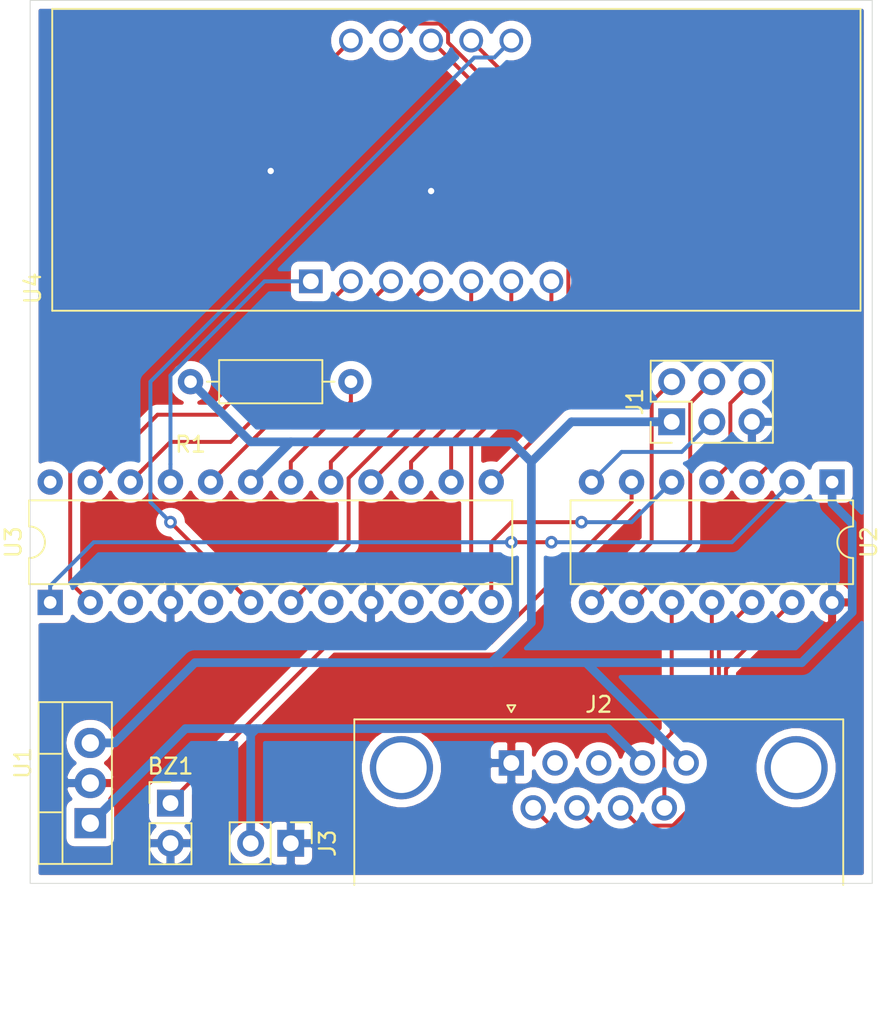
<source format=kicad_pcb>
(kicad_pcb (version 20171130) (host pcbnew "(5.1.4)-1")

  (general
    (thickness 1.6)
    (drawings 4)
    (tracks 152)
    (zones 0)
    (modules 9)
    (nets 36)
  )

  (page A4)
  (layers
    (0 F.Cu signal)
    (31 B.Cu signal)
    (32 B.Adhes user)
    (33 F.Adhes user)
    (34 B.Paste user)
    (35 F.Paste user)
    (36 B.SilkS user)
    (37 F.SilkS user)
    (38 B.Mask user)
    (39 F.Mask user)
    (40 Dwgs.User user)
    (41 Cmts.User user)
    (42 Eco1.User user)
    (43 Eco2.User user)
    (44 Edge.Cuts user)
    (45 Margin user)
    (46 B.CrtYd user)
    (47 F.CrtYd user)
    (48 B.Fab user)
    (49 F.Fab user)
  )

  (setup
    (last_trace_width 0.25)
    (user_trace_width 0.55)
    (user_trace_width 0.7)
    (trace_clearance 0.2)
    (zone_clearance 0.508)
    (zone_45_only no)
    (trace_min 0.2)
    (via_size 0.8)
    (via_drill 0.4)
    (via_min_size 0.4)
    (via_min_drill 0.3)
    (uvia_size 0.3)
    (uvia_drill 0.1)
    (uvias_allowed no)
    (uvia_min_size 0.2)
    (uvia_min_drill 0.1)
    (edge_width 0.05)
    (segment_width 0.2)
    (pcb_text_width 0.3)
    (pcb_text_size 1.5 1.5)
    (mod_edge_width 0.12)
    (mod_text_size 1 1)
    (mod_text_width 0.15)
    (pad_size 1.524 1.524)
    (pad_drill 0.762)
    (pad_to_mask_clearance 0.051)
    (solder_mask_min_width 0.25)
    (aux_axis_origin 0 0)
    (visible_elements FFFFFF7F)
    (pcbplotparams
      (layerselection 0x010fc_ffffffff)
      (usegerberextensions false)
      (usegerberattributes false)
      (usegerberadvancedattributes false)
      (creategerberjobfile false)
      (excludeedgelayer true)
      (linewidth 0.100000)
      (plotframeref false)
      (viasonmask false)
      (mode 1)
      (useauxorigin false)
      (hpglpennumber 1)
      (hpglpenspeed 20)
      (hpglpendiameter 15.000000)
      (psnegative false)
      (psa4output false)
      (plotreference true)
      (plotvalue true)
      (plotinvisibletext false)
      (padsonsilk false)
      (subtractmaskfromsilk false)
      (outputformat 1)
      (mirror false)
      (drillshape 1)
      (scaleselection 1)
      (outputdirectory ""))
  )

  (net 0 "")
  (net 1 Earth)
  (net 2 BUZZER)
  (net 3 RESET)
  (net 4 SCK)
  (net 5 MOSI)
  (net 6 MISO)
  (net 7 5v)
  (net 8 LOWPOWER)
  (net 9 DISARM)
  (net 10 STRIKE)
  (net 11 CORRECT)
  (net 12 VIN)
  (net 13 "Net-(J2-Pad3)")
  (net 14 "Net-(J2-Pad2)")
  (net 15 "Net-(R1-Pad1)")
  (net 16 "Net-(U2-Pad5)")
  (net 17 "Net-(U2-Pad3)")
  (net 18 "Net-(U2-Pad2)")
  (net 19 "Net-(U3-Pad24)")
  (net 20 "Net-(U3-Pad23)")
  (net 21 "Net-(U3-Pad11)")
  (net 22 "Net-(U3-Pad22)")
  (net 23 "Net-(U3-Pad10)")
  (net 24 "Net-(U3-Pad21)")
  (net 25 "Net-(U3-Pad20)")
  (net 26 "Net-(U3-Pad8)")
  (net 27 "Net-(U3-Pad7)")
  (net 28 "Net-(U3-Pad6)")
  (net 29 "Net-(U3-Pad17)")
  (net 30 "Net-(U3-Pad5)")
  (net 31 "Net-(U3-Pad16)")
  (net 32 "Net-(U3-Pad15)")
  (net 33 "Net-(U3-Pad3)")
  (net 34 "Net-(U3-Pad14)")
  (net 35 "Net-(U3-Pad2)")

  (net_class Default "This is the default net class."
    (clearance 0.2)
    (trace_width 0.25)
    (via_dia 0.8)
    (via_drill 0.4)
    (uvia_dia 0.3)
    (uvia_drill 0.1)
    (add_net 5v)
    (add_net BUZZER)
    (add_net CORRECT)
    (add_net DISARM)
    (add_net Earth)
    (add_net LOWPOWER)
    (add_net MISO)
    (add_net MOSI)
    (add_net "Net-(J2-Pad2)")
    (add_net "Net-(J2-Pad3)")
    (add_net "Net-(R1-Pad1)")
    (add_net "Net-(U2-Pad2)")
    (add_net "Net-(U2-Pad3)")
    (add_net "Net-(U2-Pad5)")
    (add_net "Net-(U3-Pad10)")
    (add_net "Net-(U3-Pad11)")
    (add_net "Net-(U3-Pad14)")
    (add_net "Net-(U3-Pad15)")
    (add_net "Net-(U3-Pad16)")
    (add_net "Net-(U3-Pad17)")
    (add_net "Net-(U3-Pad2)")
    (add_net "Net-(U3-Pad20)")
    (add_net "Net-(U3-Pad21)")
    (add_net "Net-(U3-Pad22)")
    (add_net "Net-(U3-Pad23)")
    (add_net "Net-(U3-Pad24)")
    (add_net "Net-(U3-Pad3)")
    (add_net "Net-(U3-Pad5)")
    (add_net "Net-(U3-Pad6)")
    (add_net "Net-(U3-Pad7)")
    (add_net "Net-(U3-Pad8)")
    (add_net RESET)
    (add_net SCK)
    (add_net STRIKE)
    (add_net VIN)
  )

  (module Package_DIP:DIP-14_W7.62mm (layer F.Cu) (tedit 5A02E8C5) (tstamp 5D751394)
    (at 157.48 57.15 270)
    (descr "14-lead though-hole mounted DIP package, row spacing 7.62 mm (300 mils)")
    (tags "THT DIP DIL PDIP 2.54mm 7.62mm 300mil")
    (path /5D807087)
    (fp_text reference U2 (at 3.81 -2.33 90) (layer F.SilkS)
      (effects (font (size 1 1) (thickness 0.15)))
    )
    (fp_text value ATtiny24A-PU (at 3.81 17.57 90) (layer F.Fab)
      (effects (font (size 1 1) (thickness 0.15)))
    )
    (fp_text user %R (at 3.81 7.62 90) (layer F.Fab)
      (effects (font (size 1 1) (thickness 0.15)))
    )
    (fp_line (start 8.7 -1.55) (end -1.1 -1.55) (layer F.CrtYd) (width 0.05))
    (fp_line (start 8.7 16.8) (end 8.7 -1.55) (layer F.CrtYd) (width 0.05))
    (fp_line (start -1.1 16.8) (end 8.7 16.8) (layer F.CrtYd) (width 0.05))
    (fp_line (start -1.1 -1.55) (end -1.1 16.8) (layer F.CrtYd) (width 0.05))
    (fp_line (start 6.46 -1.33) (end 4.81 -1.33) (layer F.SilkS) (width 0.12))
    (fp_line (start 6.46 16.57) (end 6.46 -1.33) (layer F.SilkS) (width 0.12))
    (fp_line (start 1.16 16.57) (end 6.46 16.57) (layer F.SilkS) (width 0.12))
    (fp_line (start 1.16 -1.33) (end 1.16 16.57) (layer F.SilkS) (width 0.12))
    (fp_line (start 2.81 -1.33) (end 1.16 -1.33) (layer F.SilkS) (width 0.12))
    (fp_line (start 0.635 -0.27) (end 1.635 -1.27) (layer F.Fab) (width 0.1))
    (fp_line (start 0.635 16.51) (end 0.635 -0.27) (layer F.Fab) (width 0.1))
    (fp_line (start 6.985 16.51) (end 0.635 16.51) (layer F.Fab) (width 0.1))
    (fp_line (start 6.985 -1.27) (end 6.985 16.51) (layer F.Fab) (width 0.1))
    (fp_line (start 1.635 -1.27) (end 6.985 -1.27) (layer F.Fab) (width 0.1))
    (fp_arc (start 3.81 -1.33) (end 2.81 -1.33) (angle -180) (layer F.SilkS) (width 0.12))
    (pad 14 thru_hole oval (at 7.62 0 270) (size 1.6 1.6) (drill 0.8) (layers *.Cu *.Mask)
      (net 1 Earth))
    (pad 7 thru_hole oval (at 0 15.24 270) (size 1.6 1.6) (drill 0.8) (layers *.Cu *.Mask)
      (net 5 MOSI))
    (pad 13 thru_hole oval (at 7.62 2.54 270) (size 1.6 1.6) (drill 0.8) (layers *.Cu *.Mask)
      (net 11 CORRECT))
    (pad 6 thru_hole oval (at 0 12.7 270) (size 1.6 1.6) (drill 0.8) (layers *.Cu *.Mask)
      (net 2 BUZZER))
    (pad 12 thru_hole oval (at 7.62 5.08 270) (size 1.6 1.6) (drill 0.8) (layers *.Cu *.Mask)
      (net 10 STRIKE))
    (pad 5 thru_hole oval (at 0 10.16 270) (size 1.6 1.6) (drill 0.8) (layers *.Cu *.Mask)
      (net 16 "Net-(U2-Pad5)"))
    (pad 11 thru_hole oval (at 7.62 7.62 270) (size 1.6 1.6) (drill 0.8) (layers *.Cu *.Mask)
      (net 9 DISARM))
    (pad 4 thru_hole oval (at 0 7.62 270) (size 1.6 1.6) (drill 0.8) (layers *.Cu *.Mask)
      (net 3 RESET))
    (pad 10 thru_hole oval (at 7.62 10.16 270) (size 1.6 1.6) (drill 0.8) (layers *.Cu *.Mask)
      (net 8 LOWPOWER))
    (pad 3 thru_hole oval (at 0 5.08 270) (size 1.6 1.6) (drill 0.8) (layers *.Cu *.Mask)
      (net 17 "Net-(U2-Pad3)"))
    (pad 9 thru_hole oval (at 7.62 12.7 270) (size 1.6 1.6) (drill 0.8) (layers *.Cu *.Mask)
      (net 4 SCK))
    (pad 2 thru_hole oval (at 0 2.54 270) (size 1.6 1.6) (drill 0.8) (layers *.Cu *.Mask)
      (net 18 "Net-(U2-Pad2)"))
    (pad 8 thru_hole oval (at 7.62 15.24 270) (size 1.6 1.6) (drill 0.8) (layers *.Cu *.Mask)
      (net 6 MISO))
    (pad 1 thru_hole rect (at 0 0 270) (size 1.6 1.6) (drill 0.8) (layers *.Cu *.Mask)
      (net 7 5v))
    (model ${KISYS3DMOD}/Package_DIP.3dshapes/DIP-14_W7.62mm.wrl
      (at (xyz 0 0 0))
      (scale (xyz 1 1 1))
      (rotate (xyz 0 0 0))
    )
  )

  (module Resistor_THT:R_Axial_DIN0207_L6.3mm_D2.5mm_P10.16mm_Horizontal (layer F.Cu) (tedit 5AE5139B) (tstamp 5D751357)
    (at 127 50.8 180)
    (descr "Resistor, Axial_DIN0207 series, Axial, Horizontal, pin pitch=10.16mm, 0.25W = 1/4W, length*diameter=6.3*2.5mm^2, http://cdn-reichelt.de/documents/datenblatt/B400/1_4W%23YAG.pdf")
    (tags "Resistor Axial_DIN0207 series Axial Horizontal pin pitch 10.16mm 0.25W = 1/4W length 6.3mm diameter 2.5mm")
    (path /5D770D47)
    (fp_text reference R1 (at 10.16 -3.97) (layer F.SilkS)
      (effects (font (size 1 1) (thickness 0.15)))
    )
    (fp_text value 20k (at 10.16 3.97) (layer F.Fab)
      (effects (font (size 1 1) (thickness 0.15)))
    )
    (fp_text user %R (at 10.16 0) (layer F.Fab)
      (effects (font (size 1 1) (thickness 0.15)))
    )
    (fp_line (start 11.21 -1.5) (end -1.05 -1.5) (layer F.CrtYd) (width 0.05))
    (fp_line (start 11.21 1.5) (end 11.21 -1.5) (layer F.CrtYd) (width 0.05))
    (fp_line (start -1.05 1.5) (end 11.21 1.5) (layer F.CrtYd) (width 0.05))
    (fp_line (start -1.05 -1.5) (end -1.05 1.5) (layer F.CrtYd) (width 0.05))
    (fp_line (start 9.12 0) (end 8.35 0) (layer F.SilkS) (width 0.12))
    (fp_line (start 1.04 0) (end 1.81 0) (layer F.SilkS) (width 0.12))
    (fp_line (start 8.35 -1.37) (end 1.81 -1.37) (layer F.SilkS) (width 0.12))
    (fp_line (start 8.35 1.37) (end 8.35 -1.37) (layer F.SilkS) (width 0.12))
    (fp_line (start 1.81 1.37) (end 8.35 1.37) (layer F.SilkS) (width 0.12))
    (fp_line (start 1.81 -1.37) (end 1.81 1.37) (layer F.SilkS) (width 0.12))
    (fp_line (start 10.16 0) (end 8.23 0) (layer F.Fab) (width 0.1))
    (fp_line (start 0 0) (end 1.93 0) (layer F.Fab) (width 0.1))
    (fp_line (start 8.23 -1.25) (end 1.93 -1.25) (layer F.Fab) (width 0.1))
    (fp_line (start 8.23 1.25) (end 8.23 -1.25) (layer F.Fab) (width 0.1))
    (fp_line (start 1.93 1.25) (end 8.23 1.25) (layer F.Fab) (width 0.1))
    (fp_line (start 1.93 -1.25) (end 1.93 1.25) (layer F.Fab) (width 0.1))
    (pad 2 thru_hole oval (at 10.16 0 180) (size 1.6 1.6) (drill 0.8) (layers *.Cu *.Mask)
      (net 7 5v))
    (pad 1 thru_hole circle (at 0 0 180) (size 1.6 1.6) (drill 0.8) (layers *.Cu *.Mask)
      (net 15 "Net-(R1-Pad1)"))
    (model ${KISYS3DMOD}/Resistor_THT.3dshapes/R_Axial_DIN0207_L6.3mm_D2.5mm_P10.16mm_Horizontal.wrl
      (at (xyz 0 0 0))
      (scale (xyz 1 1 1))
      (rotate (xyz 0 0 0))
    )
  )

  (module Package_TO_SOT_THT:TO-220-3_Vertical (layer F.Cu) (tedit 5AC8BA0D) (tstamp 5D751372)
    (at 110.49 78.74 90)
    (descr "TO-220-3, Vertical, RM 2.54mm, see https://www.vishay.com/docs/66542/to-220-1.pdf")
    (tags "TO-220-3 Vertical RM 2.54mm")
    (path /5D74AD90)
    (fp_text reference U1 (at 3.81 -4.27 90) (layer F.SilkS)
      (effects (font (size 1 1) (thickness 0.15)))
    )
    (fp_text value L7805 (at 3.81 2.5 90) (layer F.Fab)
      (effects (font (size 1 1) (thickness 0.15)))
    )
    (fp_text user %R (at 3.81 -4.27 90) (layer F.Fab)
      (effects (font (size 1 1) (thickness 0.15)))
    )
    (fp_line (start 7.79 -3.4) (end -2.71 -3.4) (layer F.CrtYd) (width 0.05))
    (fp_line (start 7.79 1.51) (end 7.79 -3.4) (layer F.CrtYd) (width 0.05))
    (fp_line (start -2.71 1.51) (end 7.79 1.51) (layer F.CrtYd) (width 0.05))
    (fp_line (start -2.71 -3.4) (end -2.71 1.51) (layer F.CrtYd) (width 0.05))
    (fp_line (start 4.391 -3.27) (end 4.391 -1.76) (layer F.SilkS) (width 0.12))
    (fp_line (start 0.69 -3.27) (end 0.69 -1.76) (layer F.SilkS) (width 0.12))
    (fp_line (start -2.58 -1.76) (end 7.66 -1.76) (layer F.SilkS) (width 0.12))
    (fp_line (start 7.66 -3.27) (end 7.66 1.371) (layer F.SilkS) (width 0.12))
    (fp_line (start -2.58 -3.27) (end -2.58 1.371) (layer F.SilkS) (width 0.12))
    (fp_line (start -2.58 1.371) (end 7.66 1.371) (layer F.SilkS) (width 0.12))
    (fp_line (start -2.58 -3.27) (end 7.66 -3.27) (layer F.SilkS) (width 0.12))
    (fp_line (start 4.39 -3.15) (end 4.39 -1.88) (layer F.Fab) (width 0.1))
    (fp_line (start 0.69 -3.15) (end 0.69 -1.88) (layer F.Fab) (width 0.1))
    (fp_line (start -2.46 -1.88) (end 7.54 -1.88) (layer F.Fab) (width 0.1))
    (fp_line (start 7.54 -3.15) (end -2.46 -3.15) (layer F.Fab) (width 0.1))
    (fp_line (start 7.54 1.25) (end 7.54 -3.15) (layer F.Fab) (width 0.1))
    (fp_line (start -2.46 1.25) (end 7.54 1.25) (layer F.Fab) (width 0.1))
    (fp_line (start -2.46 -3.15) (end -2.46 1.25) (layer F.Fab) (width 0.1))
    (pad 3 thru_hole oval (at 5.08 0 90) (size 1.905 2) (drill 1.1) (layers *.Cu *.Mask)
      (net 7 5v))
    (pad 2 thru_hole oval (at 2.54 0 90) (size 1.905 2) (drill 1.1) (layers *.Cu *.Mask)
      (net 1 Earth))
    (pad 1 thru_hole rect (at 0 0 90) (size 1.905 2) (drill 1.1) (layers *.Cu *.Mask)
      (net 12 VIN))
    (model ${KISYS3DMOD}/Package_TO_SOT_THT.3dshapes/TO-220-3_Vertical.wrl
      (at (xyz 0 0 0))
      (scale (xyz 1 1 1))
      (rotate (xyz 0 0 0))
    )
  )

  (module "The Gelsoft Bomb Project:HDSP-B08G" (layer F.Cu) (tedit 5D733DB4) (tstamp 5D7513DD)
    (at 127 44.45 90)
    (descr "4 digit 7 segment green LED, http://www.kingbright.com/attachments/file/psearch/000/00/00/CA56-12CGKWA(Ver.9A).pdf")
    (tags "4 digit 7 segment green LED")
    (path /5D82E498)
    (fp_text reference U4 (at -0.44 -20.15 90) (layer F.SilkS)
      (effects (font (size 1 1) (thickness 0.15)))
    )
    (fp_text value HDSP-B09G (at 2.3368 33.6296 90) (layer F.Fab)
      (effects (font (size 1 1) (thickness 0.15)))
    )
    (fp_line (start -1.86 -18.92) (end 17.24 -18.92) (layer F.SilkS) (width 0.12))
    (fp_line (start -1.86 -18.92) (end -1.86 32.28) (layer F.SilkS) (width 0.12))
    (fp_line (start -1.86 32.28) (end 17.24 32.28) (layer F.SilkS) (width 0.12))
    (fp_line (start 17.24 -18.92) (end 17.24 32.28) (layer F.SilkS) (width 0.12))
    (fp_text user %R (at 7.62 6.35 90) (layer F.Fab)
      (effects (font (size 1 1) (thickness 0.15)))
    )
    (fp_line (start -1.7272 32.1564) (end 17.12 32.1564) (layer F.Fab) (width 0.1))
    (fp_line (start 17.12 -18.8) (end 17.12 32.1564) (layer F.Fab) (width 0.1))
    (fp_line (start -1.7272 -18.796) (end 17.12 -18.8) (layer F.Fab) (width 0.1))
    (fp_line (start -2.13 32.5628) (end -2.13 -19.05) (layer F.CrtYd) (width 0.05))
    (fp_line (start 17.3736 32.5628) (end -2.13 32.5628) (layer F.CrtYd) (width 0.05))
    (fp_line (start 17.37 -19.05) (end 17.3736 32.5628) (layer F.CrtYd) (width 0.05))
    (fp_line (start -2.13 -19.05) (end 17.37 -19.05) (layer F.CrtYd) (width 0.05))
    (fp_line (start -1.7272 32.1564) (end -1.7272 -18.796) (layer F.Fab) (width 0.1))
    (pad 12 thru_hole circle (at 15.24 0 90) (size 1.5 1.5) (drill 1) (layers *.Cu *.Mask)
      (net 35 "Net-(U3-Pad2)"))
    (pad 11 thru_hole circle (at 15.24 2.54 90) (size 1.5 1.5) (drill 1) (layers *.Cu *.Mask)
      (net 34 "Net-(U3-Pad14)"))
    (pad 10 thru_hole circle (at 15.24 5.08 90) (size 1.5 1.5) (drill 1) (layers *.Cu *.Mask)
      (net 32 "Net-(U3-Pad15)"))
    (pad 9 thru_hole circle (at 15.24 7.62 90) (size 1.5 1.5) (drill 1) (layers *.Cu *.Mask)
      (net 21 "Net-(U3-Pad11)"))
    (pad 8 thru_hole circle (at 15.24 10.16 90) (size 1.5 1.5) (drill 1) (layers *.Cu *.Mask)
      (net 28 "Net-(U3-Pad6)"))
    (pad 7 thru_hole circle (at 0 12.7 90) (size 1.5 1.5) (drill 1) (layers *.Cu *.Mask)
      (net 31 "Net-(U3-Pad16)"))
    (pad 6 thru_hole circle (at 0 10.16 90) (size 1.5 1.5) (drill 1) (layers *.Cu *.Mask)
      (net 27 "Net-(U3-Pad7)"))
    (pad 5 thru_hole circle (at 0 7.62 90) (size 1.5 1.5) (drill 1) (layers *.Cu *.Mask)
      (net 29 "Net-(U3-Pad17)"))
    (pad 4 thru_hole circle (at 0 5.08 90) (size 1.5 1.5) (drill 1) (layers *.Cu *.Mask)
      (net 25 "Net-(U3-Pad20)"))
    (pad 3 thru_hole circle (at 0 2.54 90) (size 1.5 1.5) (drill 1) (layers *.Cu *.Mask)
      (net 22 "Net-(U3-Pad22)"))
    (pad 2 thru_hole circle (at 0 0 90) (size 1.5 1.5) (drill 1) (layers *.Cu *.Mask)
      (net 20 "Net-(U3-Pad23)"))
    (pad 1 thru_hole rect (at 0 -2.54 90) (size 1.5 1.5) (drill 1) (layers *.Cu *.Mask)
      (net 24 "Net-(U3-Pad21)"))
    (model ${KISYS3DMOD}/Display_7Segment.3dshapes/CA56-12CGKWA.wrl
      (at (xyz 0 0 0))
      (scale (xyz 1 1 1))
      (rotate (xyz 0 0 0))
    )
  )

  (module Package_DIP:DIP-24_W7.62mm (layer F.Cu) (tedit 5A02E8C5) (tstamp 5D7513C0)
    (at 107.95 64.77 90)
    (descr "24-lead though-hole mounted DIP package, row spacing 7.62 mm (300 mils)")
    (tags "THT DIP DIL PDIP 2.54mm 7.62mm 300mil")
    (path /5D751E05)
    (fp_text reference U3 (at 3.81 -2.33 90) (layer F.SilkS)
      (effects (font (size 1 1) (thickness 0.15)))
    )
    (fp_text value MAX7219 (at 3.81 30.27 90) (layer F.Fab)
      (effects (font (size 1 1) (thickness 0.15)))
    )
    (fp_text user %R (at 3.81 13.97 90) (layer F.Fab)
      (effects (font (size 1 1) (thickness 0.15)))
    )
    (fp_line (start 8.7 -1.55) (end -1.1 -1.55) (layer F.CrtYd) (width 0.05))
    (fp_line (start 8.7 29.5) (end 8.7 -1.55) (layer F.CrtYd) (width 0.05))
    (fp_line (start -1.1 29.5) (end 8.7 29.5) (layer F.CrtYd) (width 0.05))
    (fp_line (start -1.1 -1.55) (end -1.1 29.5) (layer F.CrtYd) (width 0.05))
    (fp_line (start 6.46 -1.33) (end 4.81 -1.33) (layer F.SilkS) (width 0.12))
    (fp_line (start 6.46 29.27) (end 6.46 -1.33) (layer F.SilkS) (width 0.12))
    (fp_line (start 1.16 29.27) (end 6.46 29.27) (layer F.SilkS) (width 0.12))
    (fp_line (start 1.16 -1.33) (end 1.16 29.27) (layer F.SilkS) (width 0.12))
    (fp_line (start 2.81 -1.33) (end 1.16 -1.33) (layer F.SilkS) (width 0.12))
    (fp_line (start 0.635 -0.27) (end 1.635 -1.27) (layer F.Fab) (width 0.1))
    (fp_line (start 0.635 29.21) (end 0.635 -0.27) (layer F.Fab) (width 0.1))
    (fp_line (start 6.985 29.21) (end 0.635 29.21) (layer F.Fab) (width 0.1))
    (fp_line (start 6.985 -1.27) (end 6.985 29.21) (layer F.Fab) (width 0.1))
    (fp_line (start 1.635 -1.27) (end 6.985 -1.27) (layer F.Fab) (width 0.1))
    (fp_arc (start 3.81 -1.33) (end 2.81 -1.33) (angle -180) (layer F.SilkS) (width 0.12))
    (pad 24 thru_hole oval (at 7.62 0 90) (size 1.6 1.6) (drill 0.8) (layers *.Cu *.Mask)
      (net 19 "Net-(U3-Pad24)"))
    (pad 12 thru_hole oval (at 0 27.94 90) (size 1.6 1.6) (drill 0.8) (layers *.Cu *.Mask)
      (net 16 "Net-(U2-Pad5)"))
    (pad 23 thru_hole oval (at 7.62 2.54 90) (size 1.6 1.6) (drill 0.8) (layers *.Cu *.Mask)
      (net 20 "Net-(U3-Pad23)"))
    (pad 11 thru_hole oval (at 0 25.4 90) (size 1.6 1.6) (drill 0.8) (layers *.Cu *.Mask)
      (net 21 "Net-(U3-Pad11)"))
    (pad 22 thru_hole oval (at 7.62 5.08 90) (size 1.6 1.6) (drill 0.8) (layers *.Cu *.Mask)
      (net 22 "Net-(U3-Pad22)"))
    (pad 10 thru_hole oval (at 0 22.86 90) (size 1.6 1.6) (drill 0.8) (layers *.Cu *.Mask)
      (net 23 "Net-(U3-Pad10)"))
    (pad 21 thru_hole oval (at 7.62 7.62 90) (size 1.6 1.6) (drill 0.8) (layers *.Cu *.Mask)
      (net 24 "Net-(U3-Pad21)"))
    (pad 9 thru_hole oval (at 0 20.32 90) (size 1.6 1.6) (drill 0.8) (layers *.Cu *.Mask)
      (net 1 Earth))
    (pad 20 thru_hole oval (at 7.62 10.16 90) (size 1.6 1.6) (drill 0.8) (layers *.Cu *.Mask)
      (net 25 "Net-(U3-Pad20)"))
    (pad 8 thru_hole oval (at 0 17.78 90) (size 1.6 1.6) (drill 0.8) (layers *.Cu *.Mask)
      (net 26 "Net-(U3-Pad8)"))
    (pad 19 thru_hole oval (at 7.62 12.7 90) (size 1.6 1.6) (drill 0.8) (layers *.Cu *.Mask)
      (net 7 5v))
    (pad 7 thru_hole oval (at 0 15.24 90) (size 1.6 1.6) (drill 0.8) (layers *.Cu *.Mask)
      (net 27 "Net-(U3-Pad7)"))
    (pad 18 thru_hole oval (at 7.62 15.24 90) (size 1.6 1.6) (drill 0.8) (layers *.Cu *.Mask)
      (net 15 "Net-(R1-Pad1)"))
    (pad 6 thru_hole oval (at 0 12.7 90) (size 1.6 1.6) (drill 0.8) (layers *.Cu *.Mask)
      (net 28 "Net-(U3-Pad6)"))
    (pad 17 thru_hole oval (at 7.62 17.78 90) (size 1.6 1.6) (drill 0.8) (layers *.Cu *.Mask)
      (net 29 "Net-(U3-Pad17)"))
    (pad 5 thru_hole oval (at 0 10.16 90) (size 1.6 1.6) (drill 0.8) (layers *.Cu *.Mask)
      (net 30 "Net-(U3-Pad5)"))
    (pad 16 thru_hole oval (at 7.62 20.32 90) (size 1.6 1.6) (drill 0.8) (layers *.Cu *.Mask)
      (net 31 "Net-(U3-Pad16)"))
    (pad 4 thru_hole oval (at 0 7.62 90) (size 1.6 1.6) (drill 0.8) (layers *.Cu *.Mask)
      (net 1 Earth))
    (pad 15 thru_hole oval (at 7.62 22.86 90) (size 1.6 1.6) (drill 0.8) (layers *.Cu *.Mask)
      (net 32 "Net-(U3-Pad15)"))
    (pad 3 thru_hole oval (at 0 5.08 90) (size 1.6 1.6) (drill 0.8) (layers *.Cu *.Mask)
      (net 33 "Net-(U3-Pad3)"))
    (pad 14 thru_hole oval (at 7.62 25.4 90) (size 1.6 1.6) (drill 0.8) (layers *.Cu *.Mask)
      (net 34 "Net-(U3-Pad14)"))
    (pad 2 thru_hole oval (at 0 2.54 90) (size 1.6 1.6) (drill 0.8) (layers *.Cu *.Mask)
      (net 35 "Net-(U3-Pad2)"))
    (pad 13 thru_hole oval (at 7.62 27.94 90) (size 1.6 1.6) (drill 0.8) (layers *.Cu *.Mask)
      (net 17 "Net-(U2-Pad3)"))
    (pad 1 thru_hole rect (at 0 0 90) (size 1.6 1.6) (drill 0.8) (layers *.Cu *.Mask)
      (net 18 "Net-(U2-Pad2)"))
    (model ${KISYS3DMOD}/Package_DIP.3dshapes/DIP-24_W7.62mm.wrl
      (at (xyz 0 0 0))
      (scale (xyz 1 1 1))
      (rotate (xyz 0 0 0))
    )
  )

  (module Connector_PinHeader_2.54mm:PinHeader_1x02_P2.54mm_Vertical (layer F.Cu) (tedit 59FED5CC) (tstamp 5D751340)
    (at 123.19 80.01 270)
    (descr "Through hole straight pin header, 1x02, 2.54mm pitch, single row")
    (tags "Through hole pin header THT 1x02 2.54mm single row")
    (path /5D74C8FE)
    (fp_text reference J3 (at 0 -2.33 90) (layer F.SilkS)
      (effects (font (size 1 1) (thickness 0.15)))
    )
    (fp_text value Battery (at 2.54 1.27) (layer F.Fab)
      (effects (font (size 1 1) (thickness 0.15)))
    )
    (fp_text user %R (at 0 1.27) (layer F.Fab)
      (effects (font (size 1 1) (thickness 0.15)))
    )
    (fp_line (start 1.8 -1.8) (end -1.8 -1.8) (layer F.CrtYd) (width 0.05))
    (fp_line (start 1.8 4.35) (end 1.8 -1.8) (layer F.CrtYd) (width 0.05))
    (fp_line (start -1.8 4.35) (end 1.8 4.35) (layer F.CrtYd) (width 0.05))
    (fp_line (start -1.8 -1.8) (end -1.8 4.35) (layer F.CrtYd) (width 0.05))
    (fp_line (start -1.33 -1.33) (end 0 -1.33) (layer F.SilkS) (width 0.12))
    (fp_line (start -1.33 0) (end -1.33 -1.33) (layer F.SilkS) (width 0.12))
    (fp_line (start -1.33 1.27) (end 1.33 1.27) (layer F.SilkS) (width 0.12))
    (fp_line (start 1.33 1.27) (end 1.33 3.87) (layer F.SilkS) (width 0.12))
    (fp_line (start -1.33 1.27) (end -1.33 3.87) (layer F.SilkS) (width 0.12))
    (fp_line (start -1.33 3.87) (end 1.33 3.87) (layer F.SilkS) (width 0.12))
    (fp_line (start -1.27 -0.635) (end -0.635 -1.27) (layer F.Fab) (width 0.1))
    (fp_line (start -1.27 3.81) (end -1.27 -0.635) (layer F.Fab) (width 0.1))
    (fp_line (start 1.27 3.81) (end -1.27 3.81) (layer F.Fab) (width 0.1))
    (fp_line (start 1.27 -1.27) (end 1.27 3.81) (layer F.Fab) (width 0.1))
    (fp_line (start -0.635 -1.27) (end 1.27 -1.27) (layer F.Fab) (width 0.1))
    (pad 2 thru_hole oval (at 0 2.54 270) (size 1.7 1.7) (drill 1) (layers *.Cu *.Mask)
      (net 12 VIN))
    (pad 1 thru_hole rect (at 0 0 270) (size 1.7 1.7) (drill 1) (layers *.Cu *.Mask)
      (net 1 Earth))
    (model ${KISYS3DMOD}/Connector_PinHeader_2.54mm.3dshapes/PinHeader_1x02_P2.54mm_Vertical.wrl
      (at (xyz 0 0 0))
      (scale (xyz 1 1 1))
      (rotate (xyz 0 0 0))
    )
  )

  (module Connector_Dsub:DSUB-9_Male_Horizontal_P2.77x2.84mm_EdgePinOffset4.94mm_Housed_MountingHolesOffset7.48mm (layer F.Cu) (tedit 59FEDEE2) (tstamp 5D75132A)
    (at 137.16 74.93)
    (descr "9-pin D-Sub connector, horizontal/angled (90 deg), THT-mount, male, pitch 2.77x2.84mm, pin-PCB-offset 4.9399999999999995mm, distance of mounting holes 25mm, distance of mounting holes to PCB edge 7.4799999999999995mm, see https://disti-assets.s3.amazonaws.com/tonar/files/datasheets/16730.pdf")
    (tags "9-pin D-Sub connector horizontal angled 90deg THT male pitch 2.77x2.84mm pin-PCB-offset 4.9399999999999995mm mounting-holes-distance 25mm mounting-hole-offset 25mm")
    (path /5D86BF6C)
    (fp_text reference J2 (at 5.54 -3.7) (layer F.SilkS)
      (effects (font (size 1 1) (thickness 0.15)))
    )
    (fp_text value "Module Connector" (at 5.54 15.68) (layer F.Fab)
      (effects (font (size 1 1) (thickness 0.15)))
    )
    (fp_text user %R (at 5.54 11.18) (layer F.Fab)
      (effects (font (size 1 1) (thickness 0.15)))
    )
    (fp_line (start 21.5 -3.25) (end -10.4 -3.25) (layer F.CrtYd) (width 0.05))
    (fp_line (start 21.5 14.7) (end 21.5 -3.25) (layer F.CrtYd) (width 0.05))
    (fp_line (start -10.4 14.7) (end 21.5 14.7) (layer F.CrtYd) (width 0.05))
    (fp_line (start -10.4 -3.25) (end -10.4 14.7) (layer F.CrtYd) (width 0.05))
    (fp_line (start 0 -3.221325) (end -0.25 -3.654338) (layer F.SilkS) (width 0.12))
    (fp_line (start 0.25 -3.654338) (end 0 -3.221325) (layer F.SilkS) (width 0.12))
    (fp_line (start -0.25 -3.654338) (end 0.25 -3.654338) (layer F.SilkS) (width 0.12))
    (fp_line (start 21.025 -2.76) (end 21.025 7.72) (layer F.SilkS) (width 0.12))
    (fp_line (start -9.945 -2.76) (end 21.025 -2.76) (layer F.SilkS) (width 0.12))
    (fp_line (start -9.945 7.72) (end -9.945 -2.76) (layer F.SilkS) (width 0.12))
    (fp_line (start 19.64 7.78) (end 19.64 0.3) (layer F.Fab) (width 0.1))
    (fp_line (start 16.44 7.78) (end 16.44 0.3) (layer F.Fab) (width 0.1))
    (fp_line (start -5.36 7.78) (end -5.36 0.3) (layer F.Fab) (width 0.1))
    (fp_line (start -8.56 7.78) (end -8.56 0.3) (layer F.Fab) (width 0.1))
    (fp_line (start 20.54 8.18) (end 15.54 8.18) (layer F.Fab) (width 0.1))
    (fp_line (start 20.54 13.18) (end 20.54 8.18) (layer F.Fab) (width 0.1))
    (fp_line (start 15.54 13.18) (end 20.54 13.18) (layer F.Fab) (width 0.1))
    (fp_line (start 15.54 8.18) (end 15.54 13.18) (layer F.Fab) (width 0.1))
    (fp_line (start -4.46 8.18) (end -9.46 8.18) (layer F.Fab) (width 0.1))
    (fp_line (start -4.46 13.18) (end -4.46 8.18) (layer F.Fab) (width 0.1))
    (fp_line (start -9.46 13.18) (end -4.46 13.18) (layer F.Fab) (width 0.1))
    (fp_line (start -9.46 8.18) (end -9.46 13.18) (layer F.Fab) (width 0.1))
    (fp_line (start 13.69 8.18) (end -2.61 8.18) (layer F.Fab) (width 0.1))
    (fp_line (start 13.69 14.18) (end 13.69 8.18) (layer F.Fab) (width 0.1))
    (fp_line (start -2.61 14.18) (end 13.69 14.18) (layer F.Fab) (width 0.1))
    (fp_line (start -2.61 8.18) (end -2.61 14.18) (layer F.Fab) (width 0.1))
    (fp_line (start 20.965 7.78) (end -9.885 7.78) (layer F.Fab) (width 0.1))
    (fp_line (start 20.965 8.18) (end 20.965 7.78) (layer F.Fab) (width 0.1))
    (fp_line (start -9.885 8.18) (end 20.965 8.18) (layer F.Fab) (width 0.1))
    (fp_line (start -9.885 7.78) (end -9.885 8.18) (layer F.Fab) (width 0.1))
    (fp_line (start 20.965 -2.7) (end -9.885 -2.7) (layer F.Fab) (width 0.1))
    (fp_line (start 20.965 7.78) (end 20.965 -2.7) (layer F.Fab) (width 0.1))
    (fp_line (start -9.885 7.78) (end 20.965 7.78) (layer F.Fab) (width 0.1))
    (fp_line (start -9.885 -2.7) (end -9.885 7.78) (layer F.Fab) (width 0.1))
    (fp_arc (start 18.04 0.3) (end 16.44 0.3) (angle 180) (layer F.Fab) (width 0.1))
    (fp_arc (start -6.96 0.3) (end -8.56 0.3) (angle 180) (layer F.Fab) (width 0.1))
    (pad 0 thru_hole circle (at 18.04 0.3) (size 4 4) (drill 3.2) (layers *.Cu *.Mask))
    (pad 0 thru_hole circle (at -6.96 0.3) (size 4 4) (drill 3.2) (layers *.Cu *.Mask))
    (pad 9 thru_hole circle (at 9.695 2.84) (size 1.6 1.6) (drill 1) (layers *.Cu *.Mask)
      (net 8 LOWPOWER))
    (pad 8 thru_hole circle (at 6.925 2.84) (size 1.6 1.6) (drill 1) (layers *.Cu *.Mask)
      (net 9 DISARM))
    (pad 7 thru_hole circle (at 4.155 2.84) (size 1.6 1.6) (drill 1) (layers *.Cu *.Mask)
      (net 10 STRIKE))
    (pad 6 thru_hole circle (at 1.385 2.84) (size 1.6 1.6) (drill 1) (layers *.Cu *.Mask)
      (net 11 CORRECT))
    (pad 5 thru_hole circle (at 11.08 0) (size 1.6 1.6) (drill 1) (layers *.Cu *.Mask)
      (net 7 5v))
    (pad 4 thru_hole circle (at 8.31 0) (size 1.6 1.6) (drill 1) (layers *.Cu *.Mask)
      (net 12 VIN))
    (pad 3 thru_hole circle (at 5.54 0) (size 1.6 1.6) (drill 1) (layers *.Cu *.Mask)
      (net 13 "Net-(J2-Pad3)"))
    (pad 2 thru_hole circle (at 2.77 0) (size 1.6 1.6) (drill 1) (layers *.Cu *.Mask)
      (net 14 "Net-(J2-Pad2)"))
    (pad 1 thru_hole rect (at 0 0) (size 1.6 1.6) (drill 1) (layers *.Cu *.Mask)
      (net 1 Earth))
    (model ${KISYS3DMOD}/Connector_Dsub.3dshapes/DSUB-9_Male_Horizontal_P2.77x2.84mm_EdgePinOffset4.94mm_Housed_MountingHolesOffset7.48mm.wrl
      (at (xyz 0 0 0))
      (scale (xyz 1 1 1))
      (rotate (xyz 0 0 0))
    )
  )

  (module Connector_PinHeader_2.54mm:PinHeader_2x03_P2.54mm_Vertical (layer F.Cu) (tedit 59FED5CC) (tstamp 5D7512F6)
    (at 147.32 53.34 90)
    (descr "Through hole straight pin header, 2x03, 2.54mm pitch, double rows")
    (tags "Through hole pin header THT 2x03 2.54mm double row")
    (path /5D7346A6)
    (fp_text reference J1 (at 1.27 -2.33 90) (layer F.SilkS)
      (effects (font (size 1 1) (thickness 0.15)))
    )
    (fp_text value ISP (at 1.27 7.41 90) (layer F.Fab)
      (effects (font (size 1 1) (thickness 0.15)))
    )
    (fp_text user %R (at 1.27 2.54) (layer F.Fab)
      (effects (font (size 1 1) (thickness 0.15)))
    )
    (fp_line (start 4.35 -1.8) (end -1.8 -1.8) (layer F.CrtYd) (width 0.05))
    (fp_line (start 4.35 6.85) (end 4.35 -1.8) (layer F.CrtYd) (width 0.05))
    (fp_line (start -1.8 6.85) (end 4.35 6.85) (layer F.CrtYd) (width 0.05))
    (fp_line (start -1.8 -1.8) (end -1.8 6.85) (layer F.CrtYd) (width 0.05))
    (fp_line (start -1.33 -1.33) (end 0 -1.33) (layer F.SilkS) (width 0.12))
    (fp_line (start -1.33 0) (end -1.33 -1.33) (layer F.SilkS) (width 0.12))
    (fp_line (start 1.27 -1.33) (end 3.87 -1.33) (layer F.SilkS) (width 0.12))
    (fp_line (start 1.27 1.27) (end 1.27 -1.33) (layer F.SilkS) (width 0.12))
    (fp_line (start -1.33 1.27) (end 1.27 1.27) (layer F.SilkS) (width 0.12))
    (fp_line (start 3.87 -1.33) (end 3.87 6.41) (layer F.SilkS) (width 0.12))
    (fp_line (start -1.33 1.27) (end -1.33 6.41) (layer F.SilkS) (width 0.12))
    (fp_line (start -1.33 6.41) (end 3.87 6.41) (layer F.SilkS) (width 0.12))
    (fp_line (start -1.27 0) (end 0 -1.27) (layer F.Fab) (width 0.1))
    (fp_line (start -1.27 6.35) (end -1.27 0) (layer F.Fab) (width 0.1))
    (fp_line (start 3.81 6.35) (end -1.27 6.35) (layer F.Fab) (width 0.1))
    (fp_line (start 3.81 -1.27) (end 3.81 6.35) (layer F.Fab) (width 0.1))
    (fp_line (start 0 -1.27) (end 3.81 -1.27) (layer F.Fab) (width 0.1))
    (pad 6 thru_hole oval (at 2.54 5.08 90) (size 1.7 1.7) (drill 1) (layers *.Cu *.Mask)
      (net 3 RESET))
    (pad 5 thru_hole oval (at 0 5.08 90) (size 1.7 1.7) (drill 1) (layers *.Cu *.Mask)
      (net 1 Earth))
    (pad 4 thru_hole oval (at 2.54 2.54 90) (size 1.7 1.7) (drill 1) (layers *.Cu *.Mask)
      (net 4 SCK))
    (pad 3 thru_hole oval (at 0 2.54 90) (size 1.7 1.7) (drill 1) (layers *.Cu *.Mask)
      (net 5 MOSI))
    (pad 2 thru_hole oval (at 2.54 0 90) (size 1.7 1.7) (drill 1) (layers *.Cu *.Mask)
      (net 6 MISO))
    (pad 1 thru_hole rect (at 0 0 90) (size 1.7 1.7) (drill 1) (layers *.Cu *.Mask)
      (net 7 5v))
    (model ${KISYS3DMOD}/Connector_PinHeader_2.54mm.3dshapes/PinHeader_2x03_P2.54mm_Vertical.wrl
      (at (xyz 0 0 0))
      (scale (xyz 1 1 1))
      (rotate (xyz 0 0 0))
    )
  )

  (module Connector_PinHeader_2.54mm:PinHeader_1x02_P2.54mm_Vertical (layer F.Cu) (tedit 59FED5CC) (tstamp 5D7512DA)
    (at 115.57 77.47)
    (descr "Through hole straight pin header, 1x02, 2.54mm pitch, single row")
    (tags "Through hole pin header THT 1x02 2.54mm single row")
    (path /5D77FD04)
    (fp_text reference BZ1 (at 0 -2.33) (layer F.SilkS)
      (effects (font (size 1 1) (thickness 0.15)))
    )
    (fp_text value Buzzer (at 0 4.87) (layer F.Fab)
      (effects (font (size 1 1) (thickness 0.15)))
    )
    (fp_text user %R (at 0 1.27 90) (layer F.Fab)
      (effects (font (size 1 1) (thickness 0.15)))
    )
    (fp_line (start 1.8 -1.8) (end -1.8 -1.8) (layer F.CrtYd) (width 0.05))
    (fp_line (start 1.8 4.35) (end 1.8 -1.8) (layer F.CrtYd) (width 0.05))
    (fp_line (start -1.8 4.35) (end 1.8 4.35) (layer F.CrtYd) (width 0.05))
    (fp_line (start -1.8 -1.8) (end -1.8 4.35) (layer F.CrtYd) (width 0.05))
    (fp_line (start -1.33 -1.33) (end 0 -1.33) (layer F.SilkS) (width 0.12))
    (fp_line (start -1.33 0) (end -1.33 -1.33) (layer F.SilkS) (width 0.12))
    (fp_line (start -1.33 1.27) (end 1.33 1.27) (layer F.SilkS) (width 0.12))
    (fp_line (start 1.33 1.27) (end 1.33 3.87) (layer F.SilkS) (width 0.12))
    (fp_line (start -1.33 1.27) (end -1.33 3.87) (layer F.SilkS) (width 0.12))
    (fp_line (start -1.33 3.87) (end 1.33 3.87) (layer F.SilkS) (width 0.12))
    (fp_line (start -1.27 -0.635) (end -0.635 -1.27) (layer F.Fab) (width 0.1))
    (fp_line (start -1.27 3.81) (end -1.27 -0.635) (layer F.Fab) (width 0.1))
    (fp_line (start 1.27 3.81) (end -1.27 3.81) (layer F.Fab) (width 0.1))
    (fp_line (start 1.27 -1.27) (end 1.27 3.81) (layer F.Fab) (width 0.1))
    (fp_line (start -0.635 -1.27) (end 1.27 -1.27) (layer F.Fab) (width 0.1))
    (pad 2 thru_hole oval (at 0 2.54) (size 1.7 1.7) (drill 1) (layers *.Cu *.Mask)
      (net 1 Earth))
    (pad 1 thru_hole rect (at 0 0) (size 1.7 1.7) (drill 1) (layers *.Cu *.Mask)
      (net 2 BUZZER))
    (model ${KISYS3DMOD}/Connector_PinHeader_2.54mm.3dshapes/PinHeader_1x02_P2.54mm_Vertical.wrl
      (at (xyz 0 0 0))
      (scale (xyz 1 1 1))
      (rotate (xyz 0 0 0))
    )
  )

  (gr_line (start 160.02 26.67) (end 106.68 26.67) (layer Edge.Cuts) (width 0.05) (tstamp 5D753EA6))
  (gr_line (start 160.02 82.55) (end 160.02 26.67) (layer Edge.Cuts) (width 0.05))
  (gr_line (start 106.68 82.55) (end 160.02 82.55) (layer Edge.Cuts) (width 0.05))
  (gr_line (start 106.68 26.67) (end 106.68 82.55) (layer Edge.Cuts) (width 0.05))

  (via (at 132.08 38.735) (size 0.8) (drill 0.4) (layers F.Cu B.Cu) (net 1))
  (via (at 121.92 37.465) (size 0.8) (drill 0.4) (layers F.Cu B.Cu) (net 1))
  (segment (start 144.78 58.42) (end 144.78 57.15) (width 0.25) (layer F.Cu) (net 2))
  (segment (start 135.89 67.31) (end 144.78 58.42) (width 0.25) (layer F.Cu) (net 2))
  (segment (start 125.645 67.31) (end 135.89 67.31) (width 0.25) (layer F.Cu) (net 2))
  (segment (start 115.57 77.47) (end 115.57 77.385) (width 0.25) (layer F.Cu) (net 2))
  (segment (start 115.57 77.385) (end 125.645 67.31) (width 0.25) (layer F.Cu) (net 2))
  (segment (start 151.550001 51.649999) (end 152.4 50.8) (width 0.25) (layer F.Cu) (net 3))
  (segment (start 151.035001 52.164999) (end 151.550001 51.649999) (width 0.25) (layer F.Cu) (net 3))
  (segment (start 151.035001 55.974999) (end 151.035001 52.164999) (width 0.25) (layer F.Cu) (net 3))
  (segment (start 149.86 57.15) (end 151.035001 55.974999) (width 0.25) (layer F.Cu) (net 3))
  (segment (start 149.010001 51.649999) (end 149.86 50.8) (width 0.25) (layer F.Cu) (net 4))
  (segment (start 148.495001 52.164999) (end 149.010001 51.649999) (width 0.25) (layer F.Cu) (net 4))
  (segment (start 148.495001 61.054999) (end 148.495001 52.164999) (width 0.25) (layer F.Cu) (net 4))
  (segment (start 144.78 64.77) (end 148.495001 61.054999) (width 0.25) (layer F.Cu) (net 4))
  (segment (start 149.010001 54.189999) (end 149.86 53.34) (width 0.25) (layer B.Cu) (net 5))
  (segment (start 147.955 55.245) (end 149.010001 54.189999) (width 0.25) (layer B.Cu) (net 5))
  (segment (start 142.24 57.15) (end 144.145 55.245) (width 0.25) (layer B.Cu) (net 5))
  (segment (start 144.145 55.245) (end 147.955 55.245) (width 0.25) (layer B.Cu) (net 5))
  (segment (start 142.24 64.77) (end 146.05 60.96) (width 0.25) (layer F.Cu) (net 6))
  (segment (start 146.05 52.07) (end 147.32 50.8) (width 0.25) (layer F.Cu) (net 6))
  (segment (start 146.05 60.96) (end 146.05 52.07) (width 0.25) (layer F.Cu) (net 6))
  (segment (start 145.92 53.34) (end 147.32 53.34) (width 0.55) (layer B.Cu) (net 7))
  (segment (start 110.49 73.66) (end 110.5375 73.66) (width 0.55) (layer B.Cu) (net 7))
  (segment (start 140.97 53.34) (end 147.32 53.34) (width 0.55) (layer B.Cu) (net 7))
  (segment (start 110.49 73.66) (end 112.04 73.66) (width 0.55) (layer B.Cu) (net 7))
  (segment (start 117.12 68.58) (end 135.89 68.58) (width 0.55) (layer B.Cu) (net 7))
  (segment (start 135.89 68.58) (end 138.43 66.04) (width 0.55) (layer B.Cu) (net 7))
  (segment (start 112.04 73.66) (end 117.12 68.58) (width 0.55) (layer B.Cu) (net 7))
  (segment (start 138.43 66.04) (end 138.43 55.88) (width 0.55) (layer B.Cu) (net 7))
  (segment (start 138.43 55.88) (end 140.97 53.34) (width 0.55) (layer B.Cu) (net 7))
  (segment (start 123.19 54.61) (end 120.65 57.15) (width 0.55) (layer B.Cu) (net 7))
  (segment (start 138.43 55.88) (end 137.16 54.61) (width 0.55) (layer B.Cu) (net 7))
  (segment (start 137.16 54.61) (end 123.19 54.61) (width 0.55) (layer B.Cu) (net 7))
  (segment (start 120.65 54.61) (end 116.84 50.8) (width 0.55) (layer B.Cu) (net 7))
  (segment (start 123.19 54.61) (end 120.65 54.61) (width 0.55) (layer B.Cu) (net 7))
  (segment (start 141.89 68.58) (end 148.24 74.93) (width 0.55) (layer B.Cu) (net 7))
  (segment (start 135.89 68.58) (end 141.89 68.58) (width 0.55) (layer B.Cu) (net 7))
  (segment (start 157.48 58.5) (end 157.48 57.15) (width 0.55) (layer B.Cu) (net 7))
  (segment (start 158.755001 59.775001) (end 157.48 58.5) (width 0.55) (layer B.Cu) (net 7))
  (segment (start 158.755001 65.382001) (end 158.755001 59.775001) (width 0.55) (layer B.Cu) (net 7))
  (segment (start 155.557002 68.58) (end 158.755001 65.382001) (width 0.55) (layer B.Cu) (net 7))
  (segment (start 141.89 68.58) (end 155.557002 68.58) (width 0.55) (layer B.Cu) (net 7))
  (segment (start 147.32 73.025) (end 147.32 64.77) (width 0.25) (layer F.Cu) (net 8))
  (segment (start 146.855 77.77) (end 146.855 73.49) (width 0.25) (layer F.Cu) (net 8))
  (segment (start 146.855 73.49) (end 147.32 73.025) (width 0.25) (layer F.Cu) (net 8))
  (segment (start 149.86 65.90137) (end 149.86 64.77) (width 0.25) (layer F.Cu) (net 9))
  (segment (start 149.86 76.430002) (end 149.86 65.90137) (width 0.25) (layer F.Cu) (net 9))
  (segment (start 147.395001 78.895001) (end 149.86 76.430002) (width 0.25) (layer F.Cu) (net 9))
  (segment (start 145.210001 78.895001) (end 147.395001 78.895001) (width 0.25) (layer F.Cu) (net 9))
  (segment (start 144.085 77.77) (end 145.210001 78.895001) (width 0.25) (layer F.Cu) (net 9))
  (segment (start 150.310011 66.859989) (end 152.4 64.77) (width 0.25) (layer F.Cu) (net 10))
  (segment (start 150.310011 76.616402) (end 150.310011 66.859989) (width 0.25) (layer F.Cu) (net 10))
  (segment (start 147.551413 79.375) (end 150.310011 76.616402) (width 0.25) (layer F.Cu) (net 10))
  (segment (start 141.315 77.77) (end 142.92 79.375) (width 0.25) (layer F.Cu) (net 10))
  (segment (start 142.92 79.375) (end 147.551413 79.375) (width 0.25) (layer F.Cu) (net 10))
  (segment (start 154.140001 65.569999) (end 154.94 64.77) (width 0.25) (layer F.Cu) (net 11))
  (segment (start 150.760022 68.949978) (end 154.140001 65.569999) (width 0.25) (layer F.Cu) (net 11))
  (segment (start 150.760022 76.802802) (end 150.760022 68.949978) (width 0.25) (layer F.Cu) (net 11))
  (segment (start 147.552824 80.01) (end 150.760022 76.802802) (width 0.25) (layer F.Cu) (net 11))
  (segment (start 138.545 77.77) (end 140.785 80.01) (width 0.25) (layer F.Cu) (net 11))
  (segment (start 140.785 80.01) (end 147.552824 80.01) (width 0.25) (layer F.Cu) (net 11))
  (segment (start 144.670001 74.130001) (end 145.47 74.93) (width 0.55) (layer B.Cu) (net 12))
  (segment (start 143.294999 72.754999) (end 144.670001 74.130001) (width 0.55) (layer B.Cu) (net 12))
  (segment (start 110.5375 78.74) (end 116.522501 72.754999) (width 0.55) (layer B.Cu) (net 12))
  (segment (start 110.49 78.74) (end 110.5375 78.74) (width 0.55) (layer B.Cu) (net 12))
  (segment (start 120.65 73.119998) (end 120.285001 72.754999) (width 0.55) (layer B.Cu) (net 12))
  (segment (start 116.522501 72.754999) (end 120.285001 72.754999) (width 0.55) (layer B.Cu) (net 12))
  (segment (start 120.65 73.119998) (end 121.014999 72.754999) (width 0.55) (layer B.Cu) (net 12))
  (segment (start 120.65 73.66) (end 120.65 73.119998) (width 0.55) (layer B.Cu) (net 12))
  (segment (start 121.014999 72.754999) (end 143.294999 72.754999) (width 0.55) (layer B.Cu) (net 12))
  (segment (start 120.285001 72.754999) (end 121.014999 72.754999) (width 0.55) (layer B.Cu) (net 12))
  (segment (start 120.65 80.01) (end 120.65 73.66) (width 0.55) (layer B.Cu) (net 12))
  (segment (start 123.19 55.88) (end 123.19 57.15) (width 0.25) (layer F.Cu) (net 15))
  (segment (start 127 50.8) (end 127 52.07) (width 0.25) (layer F.Cu) (net 15))
  (segment (start 127 52.07) (end 123.19 55.88) (width 0.25) (layer F.Cu) (net 15))
  (segment (start 135.89 64.77) (end 135.89 60.96) (width 0.25) (layer F.Cu) (net 16))
  (via (at 141.605 59.69) (size 0.8) (drill 0.4) (layers F.Cu B.Cu) (net 16))
  (segment (start 135.89 60.96) (end 137.16 59.69) (width 0.25) (layer F.Cu) (net 16))
  (segment (start 137.16 59.69) (end 141.605 59.69) (width 0.25) (layer F.Cu) (net 16))
  (segment (start 144.78 59.69) (end 147.32 57.15) (width 0.25) (layer B.Cu) (net 16))
  (segment (start 141.605 59.69) (end 144.78 59.69) (width 0.25) (layer B.Cu) (net 16))
  (segment (start 154.305 55.245) (end 152.4 57.15) (width 0.25) (layer F.Cu) (net 17))
  (segment (start 154.305 48.895) (end 154.305 55.245) (width 0.25) (layer F.Cu) (net 17))
  (segment (start 153.67 48.26) (end 154.305 48.895) (width 0.25) (layer F.Cu) (net 17))
  (segment (start 135.89 57.15) (end 144.78 48.26) (width 0.25) (layer F.Cu) (net 17))
  (segment (start 144.78 48.26) (end 153.67 48.26) (width 0.25) (layer F.Cu) (net 17))
  (via (at 137.16 60.96) (size 0.8) (drill 0.4) (layers F.Cu B.Cu) (net 18))
  (segment (start 110.71 60.96) (end 137.16 60.96) (width 0.25) (layer B.Cu) (net 18))
  (segment (start 107.95 64.77) (end 107.95 63.72) (width 0.25) (layer B.Cu) (net 18))
  (segment (start 107.95 63.72) (end 110.71 60.96) (width 0.25) (layer B.Cu) (net 18))
  (via (at 139.7 60.96) (size 0.8) (drill 0.4) (layers F.Cu B.Cu) (net 18))
  (segment (start 137.16 60.96) (end 139.7 60.96) (width 0.25) (layer F.Cu) (net 18))
  (segment (start 151.13 60.96) (end 154.94 57.15) (width 0.25) (layer B.Cu) (net 18))
  (segment (start 139.7 60.96) (end 151.13 60.96) (width 0.25) (layer B.Cu) (net 18))
  (segment (start 118.560011 52.889989) (end 114.750011 52.889989) (width 0.25) (layer F.Cu) (net 20))
  (segment (start 111.289999 56.350001) (end 110.49 57.15) (width 0.25) (layer F.Cu) (net 20))
  (segment (start 127 44.45) (end 118.560011 52.889989) (width 0.25) (layer F.Cu) (net 20))
  (segment (start 114.750011 52.889989) (end 111.289999 56.350001) (width 0.25) (layer F.Cu) (net 20))
  (segment (start 134.62 63.5) (end 133.35 64.77) (width 0.25) (layer F.Cu) (net 21))
  (segment (start 134.62 54.61) (end 134.62 63.5) (width 0.25) (layer F.Cu) (net 21))
  (segment (start 141.675023 47.554977) (end 134.62 54.61) (width 0.25) (layer F.Cu) (net 21))
  (segment (start 134.62 29.21) (end 141.675023 36.265023) (width 0.25) (layer F.Cu) (net 21))
  (segment (start 141.675023 36.265023) (end 141.675023 47.554977) (width 0.25) (layer F.Cu) (net 21))
  (segment (start 113.829999 56.350001) (end 113.03 57.15) (width 0.25) (layer F.Cu) (net 22))
  (segment (start 115.57 54.61) (end 113.829999 56.350001) (width 0.25) (layer F.Cu) (net 22))
  (segment (start 129.54 44.45) (end 119.38 54.61) (width 0.25) (layer F.Cu) (net 22))
  (segment (start 119.38 54.61) (end 115.57 54.61) (width 0.25) (layer F.Cu) (net 22))
  (segment (start 121.524998 44.45) (end 115.57 50.404998) (width 0.25) (layer B.Cu) (net 24))
  (segment (start 124.46 44.45) (end 121.524998 44.45) (width 0.25) (layer B.Cu) (net 24))
  (segment (start 115.57 50.404998) (end 115.57 56.01863) (width 0.25) (layer B.Cu) (net 24))
  (segment (start 115.57 56.01863) (end 115.57 57.15) (width 0.25) (layer B.Cu) (net 24))
  (segment (start 118.909999 56.350001) (end 118.11 57.15) (width 0.25) (layer F.Cu) (net 25))
  (segment (start 127 48.26) (end 118.909999 56.350001) (width 0.25) (layer F.Cu) (net 25))
  (segment (start 132.08 44.45) (end 128.27 48.26) (width 0.25) (layer F.Cu) (net 25))
  (segment (start 128.27 48.26) (end 127 48.26) (width 0.25) (layer F.Cu) (net 25))
  (segment (start 123.989999 63.970001) (end 123.19 64.77) (width 0.25) (layer F.Cu) (net 27))
  (segment (start 126.855001 61.104999) (end 123.989999 63.970001) (width 0.25) (layer F.Cu) (net 27))
  (segment (start 126.855001 56.899997) (end 126.855001 61.104999) (width 0.25) (layer F.Cu) (net 27))
  (segment (start 137.16 46.594998) (end 126.855001 56.899997) (width 0.25) (layer F.Cu) (net 27))
  (segment (start 137.16 44.45) (end 137.16 46.594998) (width 0.25) (layer F.Cu) (net 27))
  (via (at 115.570016 59.69) (size 0.8) (drill 0.4) (layers F.Cu B.Cu) (net 28))
  (segment (start 120.65 64.77) (end 115.570016 59.690016) (width 0.25) (layer F.Cu) (net 28))
  (segment (start 115.570016 59.690016) (end 115.570016 59.69) (width 0.25) (layer F.Cu) (net 28))
  (segment (start 115.170017 59.290001) (end 115.570016 59.69) (width 0.25) (layer B.Cu) (net 28))
  (segment (start 114.3 58.419984) (end 115.170017 59.290001) (width 0.25) (layer B.Cu) (net 28))
  (segment (start 114.3 50.8) (end 114.3 58.419984) (width 0.25) (layer B.Cu) (net 28))
  (segment (start 134.814999 30.285001) (end 114.3 50.8) (width 0.25) (layer B.Cu) (net 28))
  (segment (start 137.16 29.21) (end 136.084999 30.285001) (width 0.25) (layer B.Cu) (net 28))
  (segment (start 136.084999 30.285001) (end 134.814999 30.285001) (width 0.25) (layer B.Cu) (net 28))
  (segment (start 125.73 55.88) (end 125.73 57.15) (width 0.25) (layer F.Cu) (net 29))
  (segment (start 134.62 44.45) (end 134.62 46.99) (width 0.25) (layer F.Cu) (net 29))
  (segment (start 134.62 46.99) (end 125.73 55.88) (width 0.25) (layer F.Cu) (net 29))
  (segment (start 139.7 45.72) (end 128.27 57.15) (width 0.25) (layer F.Cu) (net 31))
  (segment (start 139.7 44.45) (end 139.7 45.72) (width 0.25) (layer F.Cu) (net 31))
  (segment (start 130.81 57.15) (end 130.81 55.88) (width 0.25) (layer F.Cu) (net 32))
  (segment (start 132.829999 29.959999) (end 132.08 29.21) (width 0.25) (layer F.Cu) (net 32))
  (segment (start 140.775001 37.905001) (end 132.829999 29.959999) (width 0.25) (layer F.Cu) (net 32))
  (segment (start 140.775001 45.914999) (end 140.775001 37.905001) (width 0.25) (layer F.Cu) (net 32))
  (segment (start 130.81 55.88) (end 140.775001 45.914999) (width 0.25) (layer F.Cu) (net 32))
  (segment (start 133.35 57.15) (end 133.35 54.61) (width 0.25) (layer F.Cu) (net 34))
  (segment (start 130.289999 28.460001) (end 129.54 29.21) (width 0.25) (layer F.Cu) (net 34))
  (segment (start 132.596001 28.134999) (end 130.615001 28.134999) (width 0.25) (layer F.Cu) (net 34))
  (segment (start 130.615001 28.134999) (end 130.289999 28.460001) (width 0.25) (layer F.Cu) (net 34))
  (segment (start 133.155001 28.693999) (end 132.596001 28.134999) (width 0.25) (layer F.Cu) (net 34))
  (segment (start 133.155001 29.336003) (end 133.155001 28.693999) (width 0.25) (layer F.Cu) (net 34))
  (segment (start 141.225012 37.406014) (end 133.155001 29.336003) (width 0.25) (layer F.Cu) (net 34))
  (segment (start 141.225012 46.734988) (end 141.225012 37.406014) (width 0.25) (layer F.Cu) (net 34))
  (segment (start 133.35 54.61) (end 141.225012 46.734988) (width 0.25) (layer F.Cu) (net 34))
  (segment (start 127 29.21) (end 109.22 46.99) (width 0.25) (layer F.Cu) (net 35))
  (segment (start 109.22 63.5) (end 110.49 64.77) (width 0.25) (layer F.Cu) (net 35))
  (segment (start 109.22 46.99) (end 109.22 63.5) (width 0.25) (layer F.Cu) (net 35))

  (zone (net 1) (net_name Earth) (layer F.Cu) (tstamp 0) (hatch edge 0.508)
    (connect_pads (clearance 0.508))
    (min_thickness 0.254)
    (fill yes (arc_segments 32) (thermal_gap 0.508) (thermal_bridge_width 0.508))
    (polygon
      (pts
        (xy 106.68 26.67) (xy 106.68 82.55) (xy 160.02 82.55) (xy 160.02 26.67)
      )
    )
    (filled_polygon
      (pts
        (xy 159.36 81.89) (xy 107.34 81.89) (xy 107.34 80.36689) (xy 114.128524 80.36689) (xy 114.173175 80.514099)
        (xy 114.298359 80.77692) (xy 114.472412 81.010269) (xy 114.688645 81.205178) (xy 114.938748 81.354157) (xy 115.213109 81.451481)
        (xy 115.443 81.330814) (xy 115.443 80.137) (xy 115.697 80.137) (xy 115.697 81.330814) (xy 115.926891 81.451481)
        (xy 116.201252 81.354157) (xy 116.451355 81.205178) (xy 116.667588 81.010269) (xy 116.841641 80.77692) (xy 116.966825 80.514099)
        (xy 117.011476 80.36689) (xy 116.890155 80.137) (xy 115.697 80.137) (xy 115.443 80.137) (xy 114.249845 80.137)
        (xy 114.128524 80.36689) (xy 107.34 80.36689) (xy 107.34 77.7875) (xy 108.851928 77.7875) (xy 108.851928 79.6925)
        (xy 108.864188 79.816982) (xy 108.900498 79.93668) (xy 108.959463 80.046994) (xy 109.038815 80.143685) (xy 109.135506 80.223037)
        (xy 109.24582 80.282002) (xy 109.365518 80.318312) (xy 109.49 80.330572) (xy 111.49 80.330572) (xy 111.614482 80.318312)
        (xy 111.73418 80.282002) (xy 111.844494 80.223037) (xy 111.941185 80.143685) (xy 112.020537 80.046994) (xy 112.040311 80.01)
        (xy 119.157815 80.01) (xy 119.186487 80.301111) (xy 119.271401 80.581034) (xy 119.409294 80.839014) (xy 119.594866 81.065134)
        (xy 119.820986 81.250706) (xy 120.078966 81.388599) (xy 120.358889 81.473513) (xy 120.57705 81.495) (xy 120.72295 81.495)
        (xy 120.941111 81.473513) (xy 121.221034 81.388599) (xy 121.479014 81.250706) (xy 121.705134 81.065134) (xy 121.729607 81.035313)
        (xy 121.750498 81.10418) (xy 121.809463 81.214494) (xy 121.888815 81.311185) (xy 121.985506 81.390537) (xy 122.09582 81.449502)
        (xy 122.215518 81.485812) (xy 122.34 81.498072) (xy 122.90425 81.495) (xy 123.063 81.33625) (xy 123.063 80.137)
        (xy 123.317 80.137) (xy 123.317 81.33625) (xy 123.47575 81.495) (xy 124.04 81.498072) (xy 124.164482 81.485812)
        (xy 124.28418 81.449502) (xy 124.394494 81.390537) (xy 124.491185 81.311185) (xy 124.570537 81.214494) (xy 124.629502 81.10418)
        (xy 124.665812 80.984482) (xy 124.678072 80.86) (xy 124.675 80.29575) (xy 124.51625 80.137) (xy 123.317 80.137)
        (xy 123.063 80.137) (xy 123.043 80.137) (xy 123.043 79.883) (xy 123.063 79.883) (xy 123.063 78.68375)
        (xy 123.317 78.68375) (xy 123.317 79.883) (xy 124.51625 79.883) (xy 124.675 79.72425) (xy 124.678072 79.16)
        (xy 124.665812 79.035518) (xy 124.629502 78.91582) (xy 124.570537 78.805506) (xy 124.491185 78.708815) (xy 124.394494 78.629463)
        (xy 124.28418 78.570498) (xy 124.164482 78.534188) (xy 124.04 78.521928) (xy 123.47575 78.525) (xy 123.317 78.68375)
        (xy 123.063 78.68375) (xy 122.90425 78.525) (xy 122.34 78.521928) (xy 122.215518 78.534188) (xy 122.09582 78.570498)
        (xy 121.985506 78.629463) (xy 121.888815 78.708815) (xy 121.809463 78.805506) (xy 121.750498 78.91582) (xy 121.729607 78.984687)
        (xy 121.705134 78.954866) (xy 121.479014 78.769294) (xy 121.221034 78.631401) (xy 120.941111 78.546487) (xy 120.72295 78.525)
        (xy 120.57705 78.525) (xy 120.358889 78.546487) (xy 120.078966 78.631401) (xy 119.820986 78.769294) (xy 119.594866 78.954866)
        (xy 119.409294 79.180986) (xy 119.271401 79.438966) (xy 119.186487 79.718889) (xy 119.157815 80.01) (xy 112.040311 80.01)
        (xy 112.079502 79.93668) (xy 112.115812 79.816982) (xy 112.128072 79.6925) (xy 112.128072 77.7875) (xy 112.115812 77.663018)
        (xy 112.079502 77.54332) (xy 112.020537 77.433006) (xy 111.941185 77.336315) (xy 111.844494 77.256963) (xy 111.752781 77.207941)
        (xy 111.865969 77.066923) (xy 112.009571 76.791094) (xy 112.080563 76.57298) (xy 111.960594 76.327) (xy 110.617 76.327)
        (xy 110.617 76.347) (xy 110.363 76.347) (xy 110.363 76.327) (xy 109.019406 76.327) (xy 108.899437 76.57298)
        (xy 108.970429 76.791094) (xy 109.114031 77.066923) (xy 109.227219 77.207941) (xy 109.135506 77.256963) (xy 109.038815 77.336315)
        (xy 108.959463 77.433006) (xy 108.900498 77.54332) (xy 108.864188 77.663018) (xy 108.851928 77.7875) (xy 107.34 77.7875)
        (xy 107.34 73.66) (xy 108.847319 73.66) (xy 108.87797 73.971204) (xy 108.968745 74.270449) (xy 109.116155 74.546235)
        (xy 109.314537 74.787963) (xy 109.493899 74.935163) (xy 109.308685 75.090563) (xy 109.114031 75.333077) (xy 108.970429 75.608906)
        (xy 108.899437 75.82702) (xy 109.019406 76.073) (xy 110.363 76.073) (xy 110.363 76.053) (xy 110.617 76.053)
        (xy 110.617 76.073) (xy 111.960594 76.073) (xy 112.080563 75.82702) (xy 112.009571 75.608906) (xy 111.865969 75.333077)
        (xy 111.671315 75.090563) (xy 111.486101 74.935163) (xy 111.665463 74.787963) (xy 111.863845 74.546235) (xy 112.011255 74.270449)
        (xy 112.10203 73.971204) (xy 112.132681 73.66) (xy 112.10203 73.348796) (xy 112.011255 73.049551) (xy 111.863845 72.773765)
        (xy 111.665463 72.532037) (xy 111.423735 72.333655) (xy 111.147949 72.186245) (xy 110.848704 72.09547) (xy 110.615486 72.0725)
        (xy 110.364514 72.0725) (xy 110.131296 72.09547) (xy 109.832051 72.186245) (xy 109.556265 72.333655) (xy 109.314537 72.532037)
        (xy 109.116155 72.773765) (xy 108.968745 73.049551) (xy 108.87797 73.348796) (xy 108.847319 73.66) (xy 107.34 73.66)
        (xy 107.34 66.208072) (xy 108.75 66.208072) (xy 108.874482 66.195812) (xy 108.99418 66.159502) (xy 109.104494 66.100537)
        (xy 109.201185 66.021185) (xy 109.280537 65.924494) (xy 109.339502 65.81418) (xy 109.375812 65.694482) (xy 109.377581 65.676518)
        (xy 109.470392 65.789608) (xy 109.688899 65.968932) (xy 109.938192 66.102182) (xy 110.208691 66.184236) (xy 110.419508 66.205)
        (xy 110.560492 66.205) (xy 110.771309 66.184236) (xy 111.041808 66.102182) (xy 111.291101 65.968932) (xy 111.509608 65.789608)
        (xy 111.688932 65.571101) (xy 111.76 65.438142) (xy 111.831068 65.571101) (xy 112.010392 65.789608) (xy 112.228899 65.968932)
        (xy 112.478192 66.102182) (xy 112.748691 66.184236) (xy 112.959508 66.205) (xy 113.100492 66.205) (xy 113.311309 66.184236)
        (xy 113.581808 66.102182) (xy 113.831101 65.968932) (xy 114.049608 65.789608) (xy 114.228932 65.571101) (xy 114.302579 65.433318)
        (xy 114.417615 65.625131) (xy 114.606586 65.833519) (xy 114.83258 66.001037) (xy 115.086913 66.121246) (xy 115.220961 66.161904)
        (xy 115.443 66.039915) (xy 115.443 64.897) (xy 115.423 64.897) (xy 115.423 64.643) (xy 115.443 64.643)
        (xy 115.443 63.500085) (xy 115.220961 63.378096) (xy 115.086913 63.418754) (xy 114.83258 63.538963) (xy 114.606586 63.706481)
        (xy 114.417615 63.914869) (xy 114.302579 64.106682) (xy 114.228932 63.968899) (xy 114.049608 63.750392) (xy 113.831101 63.571068)
        (xy 113.581808 63.437818) (xy 113.311309 63.355764) (xy 113.100492 63.335) (xy 112.959508 63.335) (xy 112.748691 63.355764)
        (xy 112.478192 63.437818) (xy 112.228899 63.571068) (xy 112.010392 63.750392) (xy 111.831068 63.968899) (xy 111.76 64.101858)
        (xy 111.688932 63.968899) (xy 111.509608 63.750392) (xy 111.291101 63.571068) (xy 111.041808 63.437818) (xy 110.771309 63.355764)
        (xy 110.560492 63.335) (xy 110.419508 63.335) (xy 110.208691 63.355764) (xy 110.164094 63.369292) (xy 109.98 63.185199)
        (xy 109.98 58.494864) (xy 110.208691 58.564236) (xy 110.419508 58.585) (xy 110.560492 58.585) (xy 110.771309 58.564236)
        (xy 111.041808 58.482182) (xy 111.291101 58.348932) (xy 111.509608 58.169608) (xy 111.688932 57.951101) (xy 111.76 57.818142)
        (xy 111.831068 57.951101) (xy 112.010392 58.169608) (xy 112.228899 58.348932) (xy 112.478192 58.482182) (xy 112.748691 58.564236)
        (xy 112.959508 58.585) (xy 113.100492 58.585) (xy 113.311309 58.564236) (xy 113.581808 58.482182) (xy 113.831101 58.348932)
        (xy 114.049608 58.169608) (xy 114.228932 57.951101) (xy 114.3 57.818142) (xy 114.371068 57.951101) (xy 114.550392 58.169608)
        (xy 114.768899 58.348932) (xy 115.018192 58.482182) (xy 115.288691 58.564236) (xy 115.499508 58.585) (xy 115.640492 58.585)
        (xy 115.851309 58.564236) (xy 116.121808 58.482182) (xy 116.371101 58.348932) (xy 116.589608 58.169608) (xy 116.768932 57.951101)
        (xy 116.84 57.818142) (xy 116.911068 57.951101) (xy 117.090392 58.169608) (xy 117.308899 58.348932) (xy 117.558192 58.482182)
        (xy 117.828691 58.564236) (xy 118.039508 58.585) (xy 118.180492 58.585) (xy 118.391309 58.564236) (xy 118.661808 58.482182)
        (xy 118.911101 58.348932) (xy 119.129608 58.169608) (xy 119.308932 57.951101) (xy 119.38 57.818142) (xy 119.451068 57.951101)
        (xy 119.630392 58.169608) (xy 119.848899 58.348932) (xy 120.098192 58.482182) (xy 120.368691 58.564236) (xy 120.579508 58.585)
        (xy 120.720492 58.585) (xy 120.931309 58.564236) (xy 121.201808 58.482182) (xy 121.451101 58.348932) (xy 121.669608 58.169608)
        (xy 121.848932 57.951101) (xy 121.92 57.818142) (xy 121.991068 57.951101) (xy 122.170392 58.169608) (xy 122.388899 58.348932)
        (xy 122.638192 58.482182) (xy 122.908691 58.564236) (xy 123.119508 58.585) (xy 123.260492 58.585) (xy 123.471309 58.564236)
        (xy 123.741808 58.482182) (xy 123.991101 58.348932) (xy 124.209608 58.169608) (xy 124.388932 57.951101) (xy 124.46 57.818142)
        (xy 124.531068 57.951101) (xy 124.710392 58.169608) (xy 124.928899 58.348932) (xy 125.178192 58.482182) (xy 125.448691 58.564236)
        (xy 125.659508 58.585) (xy 125.800492 58.585) (xy 126.011309 58.564236) (xy 126.095001 58.538848) (xy 126.095002 60.790196)
        (xy 123.515907 63.369292) (xy 123.471309 63.355764) (xy 123.260492 63.335) (xy 123.119508 63.335) (xy 122.908691 63.355764)
        (xy 122.638192 63.437818) (xy 122.388899 63.571068) (xy 122.170392 63.750392) (xy 121.991068 63.968899) (xy 121.92 64.101858)
        (xy 121.848932 63.968899) (xy 121.669608 63.750392) (xy 121.451101 63.571068) (xy 121.201808 63.437818) (xy 120.931309 63.355764)
        (xy 120.720492 63.335) (xy 120.579508 63.335) (xy 120.368691 63.355764) (xy 120.324094 63.369292) (xy 116.605016 59.650215)
        (xy 116.605016 59.588061) (xy 116.565242 59.388102) (xy 116.487221 59.199744) (xy 116.373953 59.030226) (xy 116.22979 58.886063)
        (xy 116.060272 58.772795) (xy 115.871914 58.694774) (xy 115.671955 58.655) (xy 115.468077 58.655) (xy 115.268118 58.694774)
        (xy 115.07976 58.772795) (xy 114.910242 58.886063) (xy 114.766079 59.030226) (xy 114.652811 59.199744) (xy 114.57479 59.388102)
        (xy 114.535016 59.588061) (xy 114.535016 59.791939) (xy 114.57479 59.991898) (xy 114.652811 60.180256) (xy 114.766079 60.349774)
        (xy 114.910242 60.493937) (xy 115.07976 60.607205) (xy 115.268118 60.685226) (xy 115.468077 60.725) (xy 115.530199 60.725)
        (xy 118.140198 63.335) (xy 118.039508 63.335) (xy 117.828691 63.355764) (xy 117.558192 63.437818) (xy 117.308899 63.571068)
        (xy 117.090392 63.750392) (xy 116.911068 63.968899) (xy 116.837421 64.106682) (xy 116.722385 63.914869) (xy 116.533414 63.706481)
        (xy 116.30742 63.538963) (xy 116.053087 63.418754) (xy 115.919039 63.378096) (xy 115.697 63.500085) (xy 115.697 64.643)
        (xy 115.717 64.643) (xy 115.717 64.897) (xy 115.697 64.897) (xy 115.697 66.039915) (xy 115.919039 66.161904)
        (xy 116.053087 66.121246) (xy 116.30742 66.001037) (xy 116.533414 65.833519) (xy 116.722385 65.625131) (xy 116.837421 65.433318)
        (xy 116.911068 65.571101) (xy 117.090392 65.789608) (xy 117.308899 65.968932) (xy 117.558192 66.102182) (xy 117.828691 66.184236)
        (xy 118.039508 66.205) (xy 118.180492 66.205) (xy 118.391309 66.184236) (xy 118.661808 66.102182) (xy 118.911101 65.968932)
        (xy 119.129608 65.789608) (xy 119.308932 65.571101) (xy 119.38 65.438142) (xy 119.451068 65.571101) (xy 119.630392 65.789608)
        (xy 119.848899 65.968932) (xy 120.098192 66.102182) (xy 120.368691 66.184236) (xy 120.579508 66.205) (xy 120.720492 66.205)
        (xy 120.931309 66.184236) (xy 121.201808 66.102182) (xy 121.451101 65.968932) (xy 121.669608 65.789608) (xy 121.848932 65.571101)
        (xy 121.92 65.438142) (xy 121.991068 65.571101) (xy 122.170392 65.789608) (xy 122.388899 65.968932) (xy 122.638192 66.102182)
        (xy 122.908691 66.184236) (xy 123.119508 66.205) (xy 123.260492 66.205) (xy 123.471309 66.184236) (xy 123.741808 66.102182)
        (xy 123.991101 65.968932) (xy 124.209608 65.789608) (xy 124.388932 65.571101) (xy 124.46 65.438142) (xy 124.531068 65.571101)
        (xy 124.710392 65.789608) (xy 124.928899 65.968932) (xy 125.178192 66.102182) (xy 125.448691 66.184236) (xy 125.659508 66.205)
        (xy 125.800492 66.205) (xy 126.011309 66.184236) (xy 126.281808 66.102182) (xy 126.531101 65.968932) (xy 126.749608 65.789608)
        (xy 126.928932 65.571101) (xy 127.002579 65.433318) (xy 127.117615 65.625131) (xy 127.306586 65.833519) (xy 127.53258 66.001037)
        (xy 127.786913 66.121246) (xy 127.920961 66.161904) (xy 128.143 66.039915) (xy 128.143 64.897) (xy 128.123 64.897)
        (xy 128.123 64.643) (xy 128.143 64.643) (xy 128.143 63.500085) (xy 127.920961 63.378096) (xy 127.786913 63.418754)
        (xy 127.53258 63.538963) (xy 127.306586 63.706481) (xy 127.117615 63.914869) (xy 127.002579 64.106682) (xy 126.928932 63.968899)
        (xy 126.749608 63.750392) (xy 126.531101 63.571068) (xy 126.281808 63.437818) (xy 126.011309 63.355764) (xy 125.800492 63.335)
        (xy 125.699801 63.335) (xy 127.366004 61.668798) (xy 127.395002 61.645) (xy 127.489975 61.529275) (xy 127.560547 61.397246)
        (xy 127.604004 61.253985) (xy 127.615001 61.142332) (xy 127.615001 61.142324) (xy 127.618677 61.104999) (xy 127.615001 61.067674)
        (xy 127.615001 58.427025) (xy 127.718192 58.482182) (xy 127.988691 58.564236) (xy 128.199508 58.585) (xy 128.340492 58.585)
        (xy 128.551309 58.564236) (xy 128.821808 58.482182) (xy 129.071101 58.348932) (xy 129.289608 58.169608) (xy 129.468932 57.951101)
        (xy 129.54 57.818142) (xy 129.611068 57.951101) (xy 129.790392 58.169608) (xy 130.008899 58.348932) (xy 130.258192 58.482182)
        (xy 130.528691 58.564236) (xy 130.739508 58.585) (xy 130.880492 58.585) (xy 131.091309 58.564236) (xy 131.361808 58.482182)
        (xy 131.611101 58.348932) (xy 131.829608 58.169608) (xy 132.008932 57.951101) (xy 132.08 57.818142) (xy 132.151068 57.951101)
        (xy 132.330392 58.169608) (xy 132.548899 58.348932) (xy 132.798192 58.482182) (xy 133.068691 58.564236) (xy 133.279508 58.585)
        (xy 133.420492 58.585) (xy 133.631309 58.564236) (xy 133.86 58.494864) (xy 133.860001 63.185197) (xy 133.675906 63.369292)
        (xy 133.631309 63.355764) (xy 133.420492 63.335) (xy 133.279508 63.335) (xy 133.068691 63.355764) (xy 132.798192 63.437818)
        (xy 132.548899 63.571068) (xy 132.330392 63.750392) (xy 132.151068 63.968899) (xy 132.08 64.101858) (xy 132.008932 63.968899)
        (xy 131.829608 63.750392) (xy 131.611101 63.571068) (xy 131.361808 63.437818) (xy 131.091309 63.355764) (xy 130.880492 63.335)
        (xy 130.739508 63.335) (xy 130.528691 63.355764) (xy 130.258192 63.437818) (xy 130.008899 63.571068) (xy 129.790392 63.750392)
        (xy 129.611068 63.968899) (xy 129.537421 64.106682) (xy 129.422385 63.914869) (xy 129.233414 63.706481) (xy 129.00742 63.538963)
        (xy 128.753087 63.418754) (xy 128.619039 63.378096) (xy 128.397 63.500085) (xy 128.397 64.643) (xy 128.417 64.643)
        (xy 128.417 64.897) (xy 128.397 64.897) (xy 128.397 66.039915) (xy 128.619039 66.161904) (xy 128.753087 66.121246)
        (xy 129.00742 66.001037) (xy 129.233414 65.833519) (xy 129.422385 65.625131) (xy 129.537421 65.433318) (xy 129.611068 65.571101)
        (xy 129.790392 65.789608) (xy 130.008899 65.968932) (xy 130.258192 66.102182) (xy 130.528691 66.184236) (xy 130.739508 66.205)
        (xy 130.880492 66.205) (xy 131.091309 66.184236) (xy 131.361808 66.102182) (xy 131.611101 65.968932) (xy 131.829608 65.789608)
        (xy 132.008932 65.571101) (xy 132.08 65.438142) (xy 132.151068 65.571101) (xy 132.330392 65.789608) (xy 132.548899 65.968932)
        (xy 132.798192 66.102182) (xy 133.068691 66.184236) (xy 133.279508 66.205) (xy 133.420492 66.205) (xy 133.631309 66.184236)
        (xy 133.901808 66.102182) (xy 134.151101 65.968932) (xy 134.369608 65.789608) (xy 134.548932 65.571101) (xy 134.62 65.438142)
        (xy 134.691068 65.571101) (xy 134.870392 65.789608) (xy 135.088899 65.968932) (xy 135.338192 66.102182) (xy 135.608691 66.184236)
        (xy 135.819508 66.205) (xy 135.920199 66.205) (xy 135.575199 66.55) (xy 125.682325 66.55) (xy 125.645 66.546324)
        (xy 125.607675 66.55) (xy 125.607667 66.55) (xy 125.496014 66.560997) (xy 125.352753 66.604454) (xy 125.220724 66.675026)
        (xy 125.104999 66.769999) (xy 125.081201 66.798997) (xy 115.898271 75.981928) (xy 114.72 75.981928) (xy 114.595518 75.994188)
        (xy 114.47582 76.030498) (xy 114.365506 76.089463) (xy 114.268815 76.168815) (xy 114.189463 76.265506) (xy 114.130498 76.37582)
        (xy 114.094188 76.495518) (xy 114.081928 76.62) (xy 114.081928 78.32) (xy 114.094188 78.444482) (xy 114.130498 78.56418)
        (xy 114.189463 78.674494) (xy 114.268815 78.771185) (xy 114.365506 78.850537) (xy 114.47582 78.909502) (xy 114.556466 78.933966)
        (xy 114.472412 79.009731) (xy 114.298359 79.24308) (xy 114.173175 79.505901) (xy 114.128524 79.65311) (xy 114.249845 79.883)
        (xy 115.443 79.883) (xy 115.443 79.863) (xy 115.697 79.863) (xy 115.697 79.883) (xy 116.890155 79.883)
        (xy 117.011476 79.65311) (xy 116.966825 79.505901) (xy 116.841641 79.24308) (xy 116.667588 79.009731) (xy 116.583534 78.933966)
        (xy 116.66418 78.909502) (xy 116.774494 78.850537) (xy 116.871185 78.771185) (xy 116.950537 78.674494) (xy 117.009502 78.56418)
        (xy 117.045812 78.444482) (xy 117.058072 78.32) (xy 117.058072 76.971729) (xy 119.059326 74.970475) (xy 127.565 74.970475)
        (xy 127.565 75.489525) (xy 127.666261 75.998601) (xy 127.864893 76.478141) (xy 128.153262 76.909715) (xy 128.520285 77.276738)
        (xy 128.951859 77.565107) (xy 129.431399 77.763739) (xy 129.940475 77.865) (xy 130.459525 77.865) (xy 130.968601 77.763739)
        (xy 131.448141 77.565107) (xy 131.879715 77.276738) (xy 132.246738 76.909715) (xy 132.535107 76.478141) (xy 132.733739 75.998601)
        (xy 132.787166 75.73) (xy 135.721928 75.73) (xy 135.734188 75.854482) (xy 135.770498 75.97418) (xy 135.829463 76.084494)
        (xy 135.908815 76.181185) (xy 136.005506 76.260537) (xy 136.11582 76.319502) (xy 136.235518 76.355812) (xy 136.36 76.368072)
        (xy 136.87425 76.365) (xy 137.033 76.20625) (xy 137.033 75.057) (xy 135.88375 75.057) (xy 135.725 75.21575)
        (xy 135.721928 75.73) (xy 132.787166 75.73) (xy 132.835 75.489525) (xy 132.835 74.970475) (xy 132.733739 74.461399)
        (xy 132.59647 74.13) (xy 135.721928 74.13) (xy 135.725 74.64425) (xy 135.88375 74.803) (xy 137.033 74.803)
        (xy 137.033 73.65375) (xy 136.87425 73.495) (xy 136.36 73.491928) (xy 136.235518 73.504188) (xy 136.11582 73.540498)
        (xy 136.005506 73.599463) (xy 135.908815 73.678815) (xy 135.829463 73.775506) (xy 135.770498 73.88582) (xy 135.734188 74.005518)
        (xy 135.721928 74.13) (xy 132.59647 74.13) (xy 132.535107 73.981859) (xy 132.246738 73.550285) (xy 131.879715 73.183262)
        (xy 131.448141 72.894893) (xy 130.968601 72.696261) (xy 130.459525 72.595) (xy 129.940475 72.595) (xy 129.431399 72.696261)
        (xy 128.951859 72.894893) (xy 128.520285 73.183262) (xy 128.153262 73.550285) (xy 127.864893 73.981859) (xy 127.666261 74.461399)
        (xy 127.565 74.970475) (xy 119.059326 74.970475) (xy 125.959802 68.07) (xy 135.852678 68.07) (xy 135.89 68.073676)
        (xy 135.927322 68.07) (xy 135.927333 68.07) (xy 136.038986 68.059003) (xy 136.182247 68.015546) (xy 136.314276 67.944974)
        (xy 136.430001 67.850001) (xy 136.453804 67.820997) (xy 145.29 58.984802) (xy 145.29 60.645198) (xy 142.565906 63.369292)
        (xy 142.521309 63.355764) (xy 142.310492 63.335) (xy 142.169508 63.335) (xy 141.958691 63.355764) (xy 141.688192 63.437818)
        (xy 141.438899 63.571068) (xy 141.220392 63.750392) (xy 141.041068 63.968899) (xy 140.907818 64.218192) (xy 140.825764 64.488691)
        (xy 140.798057 64.77) (xy 140.825764 65.051309) (xy 140.907818 65.321808) (xy 141.041068 65.571101) (xy 141.220392 65.789608)
        (xy 141.438899 65.968932) (xy 141.688192 66.102182) (xy 141.958691 66.184236) (xy 142.169508 66.205) (xy 142.310492 66.205)
        (xy 142.521309 66.184236) (xy 142.791808 66.102182) (xy 143.041101 65.968932) (xy 143.259608 65.789608) (xy 143.438932 65.571101)
        (xy 143.51 65.438142) (xy 143.581068 65.571101) (xy 143.760392 65.789608) (xy 143.978899 65.968932) (xy 144.228192 66.102182)
        (xy 144.498691 66.184236) (xy 144.709508 66.205) (xy 144.850492 66.205) (xy 145.061309 66.184236) (xy 145.331808 66.102182)
        (xy 145.581101 65.968932) (xy 145.799608 65.789608) (xy 145.978932 65.571101) (xy 146.05 65.438142) (xy 146.121068 65.571101)
        (xy 146.300392 65.789608) (xy 146.518899 65.968932) (xy 146.560001 65.990901) (xy 146.56 72.710199) (xy 146.343998 72.926201)
        (xy 146.315 72.949999) (xy 146.291202 72.978997) (xy 146.291201 72.978998) (xy 146.220026 73.065724) (xy 146.149454 73.197754)
        (xy 146.105998 73.341015) (xy 146.091324 73.49) (xy 146.095001 73.527332) (xy 146.095001 73.635652) (xy 145.888574 73.550147)
        (xy 145.611335 73.495) (xy 145.328665 73.495) (xy 145.051426 73.550147) (xy 144.790273 73.65832) (xy 144.555241 73.815363)
        (xy 144.355363 74.015241) (xy 144.19832 74.250273) (xy 144.090147 74.511426) (xy 144.085 74.537301) (xy 144.079853 74.511426)
        (xy 143.97168 74.250273) (xy 143.814637 74.015241) (xy 143.614759 73.815363) (xy 143.379727 73.65832) (xy 143.118574 73.550147)
        (xy 142.841335 73.495) (xy 142.558665 73.495) (xy 142.281426 73.550147) (xy 142.020273 73.65832) (xy 141.785241 73.815363)
        (xy 141.585363 74.015241) (xy 141.42832 74.250273) (xy 141.320147 74.511426) (xy 141.315 74.537301) (xy 141.309853 74.511426)
        (xy 141.20168 74.250273) (xy 141.044637 74.015241) (xy 140.844759 73.815363) (xy 140.609727 73.65832) (xy 140.348574 73.550147)
        (xy 140.071335 73.495) (xy 139.788665 73.495) (xy 139.511426 73.550147) (xy 139.250273 73.65832) (xy 139.015241 73.815363)
        (xy 138.815363 74.015241) (xy 138.65832 74.250273) (xy 138.596461 74.399613) (xy 138.598072 74.13) (xy 138.585812 74.005518)
        (xy 138.549502 73.88582) (xy 138.490537 73.775506) (xy 138.411185 73.678815) (xy 138.314494 73.599463) (xy 138.20418 73.540498)
        (xy 138.084482 73.504188) (xy 137.96 73.491928) (xy 137.44575 73.495) (xy 137.287 73.65375) (xy 137.287 74.803)
        (xy 137.307 74.803) (xy 137.307 75.057) (xy 137.287 75.057) (xy 137.287 76.20625) (xy 137.44575 76.365)
        (xy 137.96 76.368072) (xy 138.084482 76.355812) (xy 138.20418 76.319502) (xy 138.314494 76.260537) (xy 138.411185 76.181185)
        (xy 138.490537 76.084494) (xy 138.549502 75.97418) (xy 138.585812 75.854482) (xy 138.598072 75.73) (xy 138.596461 75.460387)
        (xy 138.65832 75.609727) (xy 138.815363 75.844759) (xy 139.015241 76.044637) (xy 139.250273 76.20168) (xy 139.511426 76.309853)
        (xy 139.788665 76.365) (xy 140.071335 76.365) (xy 140.348574 76.309853) (xy 140.609727 76.20168) (xy 140.844759 76.044637)
        (xy 141.044637 75.844759) (xy 141.20168 75.609727) (xy 141.309853 75.348574) (xy 141.315 75.322699) (xy 141.320147 75.348574)
        (xy 141.42832 75.609727) (xy 141.585363 75.844759) (xy 141.785241 76.044637) (xy 142.020273 76.20168) (xy 142.281426 76.309853)
        (xy 142.558665 76.365) (xy 142.841335 76.365) (xy 143.118574 76.309853) (xy 143.379727 76.20168) (xy 143.614759 76.044637)
        (xy 143.814637 75.844759) (xy 143.97168 75.609727) (xy 144.079853 75.348574) (xy 144.085 75.322699) (xy 144.090147 75.348574)
        (xy 144.19832 75.609727) (xy 144.355363 75.844759) (xy 144.555241 76.044637) (xy 144.790273 76.20168) (xy 145.051426 76.309853)
        (xy 145.328665 76.365) (xy 145.611335 76.365) (xy 145.888574 76.309853) (xy 146.095 76.224348) (xy 146.095 76.551956)
        (xy 145.940241 76.655363) (xy 145.740363 76.855241) (xy 145.58332 77.090273) (xy 145.475147 77.351426) (xy 145.47 77.377301)
        (xy 145.464853 77.351426) (xy 145.35668 77.090273) (xy 145.199637 76.855241) (xy 144.999759 76.655363) (xy 144.764727 76.49832)
        (xy 144.503574 76.390147) (xy 144.226335 76.335) (xy 143.943665 76.335) (xy 143.666426 76.390147) (xy 143.405273 76.49832)
        (xy 143.170241 76.655363) (xy 142.970363 76.855241) (xy 142.81332 77.090273) (xy 142.705147 77.351426) (xy 142.7 77.377301)
        (xy 142.694853 77.351426) (xy 142.58668 77.090273) (xy 142.429637 76.855241) (xy 142.229759 76.655363) (xy 141.994727 76.49832)
        (xy 141.733574 76.390147) (xy 141.456335 76.335) (xy 141.173665 76.335) (xy 140.896426 76.390147) (xy 140.635273 76.49832)
        (xy 140.400241 76.655363) (xy 140.200363 76.855241) (xy 140.04332 77.090273) (xy 139.935147 77.351426) (xy 139.93 77.377301)
        (xy 139.924853 77.351426) (xy 139.81668 77.090273) (xy 139.659637 76.855241) (xy 139.459759 76.655363) (xy 139.224727 76.49832)
        (xy 138.963574 76.390147) (xy 138.686335 76.335) (xy 138.403665 76.335) (xy 138.126426 76.390147) (xy 137.865273 76.49832)
        (xy 137.630241 76.655363) (xy 137.430363 76.855241) (xy 137.27332 77.090273) (xy 137.165147 77.351426) (xy 137.11 77.628665)
        (xy 137.11 77.911335) (xy 137.165147 78.188574) (xy 137.27332 78.449727) (xy 137.430363 78.684759) (xy 137.630241 78.884637)
        (xy 137.865273 79.04168) (xy 138.126426 79.149853) (xy 138.403665 79.205) (xy 138.686335 79.205) (xy 138.868886 79.168688)
        (xy 140.221205 80.521008) (xy 140.244999 80.550001) (xy 140.273992 80.573795) (xy 140.273996 80.573799) (xy 140.344685 80.631811)
        (xy 140.360724 80.644974) (xy 140.492753 80.715546) (xy 140.636014 80.759003) (xy 140.747667 80.77) (xy 140.747676 80.77)
        (xy 140.784999 80.773676) (xy 140.822322 80.77) (xy 147.515502 80.77) (xy 147.552824 80.773676) (xy 147.590146 80.77)
        (xy 147.590157 80.77) (xy 147.70181 80.759003) (xy 147.845071 80.715546) (xy 147.9771 80.644974) (xy 148.092825 80.550001)
        (xy 148.116628 80.520997) (xy 151.271026 77.3666) (xy 151.300023 77.342803) (xy 151.354241 77.276738) (xy 151.394996 77.227079)
        (xy 151.465568 77.095049) (xy 151.482061 77.040677) (xy 151.509025 76.951788) (xy 151.520022 76.840135) (xy 151.520022 76.840125)
        (xy 151.523698 76.802802) (xy 151.520022 76.765479) (xy 151.520022 74.970475) (xy 152.565 74.970475) (xy 152.565 75.489525)
        (xy 152.666261 75.998601) (xy 152.864893 76.478141) (xy 153.153262 76.909715) (xy 153.520285 77.276738) (xy 153.951859 77.565107)
        (xy 154.431399 77.763739) (xy 154.940475 77.865) (xy 155.459525 77.865) (xy 155.968601 77.763739) (xy 156.448141 77.565107)
        (xy 156.879715 77.276738) (xy 157.246738 76.909715) (xy 157.535107 76.478141) (xy 157.733739 75.998601) (xy 157.835 75.489525)
        (xy 157.835 74.970475) (xy 157.733739 74.461399) (xy 157.535107 73.981859) (xy 157.246738 73.550285) (xy 156.879715 73.183262)
        (xy 156.448141 72.894893) (xy 155.968601 72.696261) (xy 155.459525 72.595) (xy 154.940475 72.595) (xy 154.431399 72.696261)
        (xy 153.951859 72.894893) (xy 153.520285 73.183262) (xy 153.153262 73.550285) (xy 152.864893 73.981859) (xy 152.666261 74.461399)
        (xy 152.565 74.970475) (xy 151.520022 74.970475) (xy 151.520022 69.264779) (xy 154.614094 66.170708) (xy 154.658691 66.184236)
        (xy 154.869508 66.205) (xy 155.010492 66.205) (xy 155.221309 66.184236) (xy 155.491808 66.102182) (xy 155.741101 65.968932)
        (xy 155.959608 65.789608) (xy 156.138932 65.571101) (xy 156.212579 65.433318) (xy 156.327615 65.625131) (xy 156.516586 65.833519)
        (xy 156.74258 66.001037) (xy 156.996913 66.121246) (xy 157.130961 66.161904) (xy 157.353 66.039915) (xy 157.353 64.897)
        (xy 157.607 64.897) (xy 157.607 66.039915) (xy 157.829039 66.161904) (xy 157.963087 66.121246) (xy 158.21742 66.001037)
        (xy 158.443414 65.833519) (xy 158.632385 65.625131) (xy 158.77707 65.383881) (xy 158.871909 65.11904) (xy 158.750624 64.897)
        (xy 157.607 64.897) (xy 157.353 64.897) (xy 157.333 64.897) (xy 157.333 64.643) (xy 157.353 64.643)
        (xy 157.353 63.500085) (xy 157.607 63.500085) (xy 157.607 64.643) (xy 158.750624 64.643) (xy 158.871909 64.42096)
        (xy 158.77707 64.156119) (xy 158.632385 63.914869) (xy 158.443414 63.706481) (xy 158.21742 63.538963) (xy 157.963087 63.418754)
        (xy 157.829039 63.378096) (xy 157.607 63.500085) (xy 157.353 63.500085) (xy 157.130961 63.378096) (xy 156.996913 63.418754)
        (xy 156.74258 63.538963) (xy 156.516586 63.706481) (xy 156.327615 63.914869) (xy 156.212579 64.106682) (xy 156.138932 63.968899)
        (xy 155.959608 63.750392) (xy 155.741101 63.571068) (xy 155.491808 63.437818) (xy 155.221309 63.355764) (xy 155.010492 63.335)
        (xy 154.869508 63.335) (xy 154.658691 63.355764) (xy 154.388192 63.437818) (xy 154.138899 63.571068) (xy 153.920392 63.750392)
        (xy 153.741068 63.968899) (xy 153.67 64.101858) (xy 153.598932 63.968899) (xy 153.419608 63.750392) (xy 153.201101 63.571068)
        (xy 152.951808 63.437818) (xy 152.681309 63.355764) (xy 152.470492 63.335) (xy 152.329508 63.335) (xy 152.118691 63.355764)
        (xy 151.848192 63.437818) (xy 151.598899 63.571068) (xy 151.380392 63.750392) (xy 151.201068 63.968899) (xy 151.13 64.101858)
        (xy 151.058932 63.968899) (xy 150.879608 63.750392) (xy 150.661101 63.571068) (xy 150.411808 63.437818) (xy 150.141309 63.355764)
        (xy 149.930492 63.335) (xy 149.789508 63.335) (xy 149.578691 63.355764) (xy 149.308192 63.437818) (xy 149.058899 63.571068)
        (xy 148.840392 63.750392) (xy 148.661068 63.968899) (xy 148.59 64.101858) (xy 148.518932 63.968899) (xy 148.339608 63.750392)
        (xy 148.121101 63.571068) (xy 147.871808 63.437818) (xy 147.601309 63.355764) (xy 147.390492 63.335) (xy 147.289802 63.335)
        (xy 149.006005 61.618797) (xy 149.035002 61.595) (xy 149.129975 61.479275) (xy 149.200547 61.347246) (xy 149.244004 61.203985)
        (xy 149.255001 61.092332) (xy 149.255001 61.092324) (xy 149.258677 61.054999) (xy 149.255001 61.017674) (xy 149.255001 58.453751)
        (xy 149.308192 58.482182) (xy 149.578691 58.564236) (xy 149.789508 58.585) (xy 149.930492 58.585) (xy 150.141309 58.564236)
        (xy 150.411808 58.482182) (xy 150.661101 58.348932) (xy 150.879608 58.169608) (xy 151.058932 57.951101) (xy 151.13 57.818142)
        (xy 151.201068 57.951101) (xy 151.380392 58.169608) (xy 151.598899 58.348932) (xy 151.848192 58.482182) (xy 152.118691 58.564236)
        (xy 152.329508 58.585) (xy 152.470492 58.585) (xy 152.681309 58.564236) (xy 152.951808 58.482182) (xy 153.201101 58.348932)
        (xy 153.419608 58.169608) (xy 153.598932 57.951101) (xy 153.67 57.818142) (xy 153.741068 57.951101) (xy 153.920392 58.169608)
        (xy 154.138899 58.348932) (xy 154.388192 58.482182) (xy 154.658691 58.564236) (xy 154.869508 58.585) (xy 155.010492 58.585)
        (xy 155.221309 58.564236) (xy 155.491808 58.482182) (xy 155.741101 58.348932) (xy 155.959608 58.169608) (xy 156.052419 58.056518)
        (xy 156.054188 58.074482) (xy 156.090498 58.19418) (xy 156.149463 58.304494) (xy 156.228815 58.401185) (xy 156.325506 58.480537)
        (xy 156.43582 58.539502) (xy 156.555518 58.575812) (xy 156.68 58.588072) (xy 158.28 58.588072) (xy 158.404482 58.575812)
        (xy 158.52418 58.539502) (xy 158.634494 58.480537) (xy 158.731185 58.401185) (xy 158.810537 58.304494) (xy 158.869502 58.19418)
        (xy 158.905812 58.074482) (xy 158.918072 57.95) (xy 158.918072 56.35) (xy 158.905812 56.225518) (xy 158.869502 56.10582)
        (xy 158.810537 55.995506) (xy 158.731185 55.898815) (xy 158.634494 55.819463) (xy 158.52418 55.760498) (xy 158.404482 55.724188)
        (xy 158.28 55.711928) (xy 156.68 55.711928) (xy 156.555518 55.724188) (xy 156.43582 55.760498) (xy 156.325506 55.819463)
        (xy 156.228815 55.898815) (xy 156.149463 55.995506) (xy 156.090498 56.10582) (xy 156.054188 56.225518) (xy 156.052419 56.243482)
        (xy 155.959608 56.130392) (xy 155.741101 55.951068) (xy 155.491808 55.817818) (xy 155.221309 55.735764) (xy 155.010492 55.715)
        (xy 154.902449 55.715) (xy 154.939974 55.669276) (xy 155.010546 55.537247) (xy 155.054003 55.393986) (xy 155.065 55.282333)
        (xy 155.065 55.282323) (xy 155.068676 55.245) (xy 155.065 55.207677) (xy 155.065 48.932333) (xy 155.068677 48.895)
        (xy 155.054003 48.746014) (xy 155.010546 48.602753) (xy 154.939974 48.470724) (xy 154.868799 48.383997) (xy 154.845001 48.354999)
        (xy 154.816004 48.331202) (xy 154.233803 47.749002) (xy 154.210001 47.719999) (xy 154.094276 47.625026) (xy 153.962247 47.554454)
        (xy 153.818986 47.510997) (xy 153.707333 47.5) (xy 153.707322 47.5) (xy 153.67 47.496324) (xy 153.632678 47.5)
        (xy 144.817333 47.5) (xy 144.78 47.496323) (xy 144.742667 47.5) (xy 144.631014 47.510997) (xy 144.487753 47.554454)
        (xy 144.355724 47.625026) (xy 144.239999 47.719999) (xy 144.216201 47.748997) (xy 136.215907 55.749292) (xy 136.171309 55.735764)
        (xy 135.960492 55.715) (xy 135.819508 55.715) (xy 135.608691 55.735764) (xy 135.38 55.805136) (xy 135.38 54.924801)
        (xy 142.186026 48.118776) (xy 142.215024 48.094978) (xy 142.309997 47.979253) (xy 142.380569 47.847224) (xy 142.424026 47.703963)
        (xy 142.435023 47.59231) (xy 142.435023 47.592301) (xy 142.438699 47.554978) (xy 142.435023 47.517655) (xy 142.435023 36.302345)
        (xy 142.438699 36.265022) (xy 142.435023 36.227699) (xy 142.435023 36.22769) (xy 142.424026 36.116037) (xy 142.380569 35.972776)
        (xy 142.309997 35.840747) (xy 142.215024 35.725022) (xy 142.186027 35.701225) (xy 137.079801 30.595) (xy 137.296411 30.595)
        (xy 137.563989 30.541775) (xy 137.816043 30.437371) (xy 138.042886 30.285799) (xy 138.235799 30.092886) (xy 138.387371 29.866043)
        (xy 138.491775 29.613989) (xy 138.545 29.346411) (xy 138.545 29.073589) (xy 138.491775 28.806011) (xy 138.387371 28.553957)
        (xy 138.235799 28.327114) (xy 138.042886 28.134201) (xy 137.816043 27.982629) (xy 137.563989 27.878225) (xy 137.296411 27.825)
        (xy 137.023589 27.825) (xy 136.756011 27.878225) (xy 136.503957 27.982629) (xy 136.277114 28.134201) (xy 136.084201 28.327114)
        (xy 135.932629 28.553957) (xy 135.89 28.656873) (xy 135.847371 28.553957) (xy 135.695799 28.327114) (xy 135.502886 28.134201)
        (xy 135.276043 27.982629) (xy 135.023989 27.878225) (xy 134.756411 27.825) (xy 134.483589 27.825) (xy 134.216011 27.878225)
        (xy 133.963957 27.982629) (xy 133.737114 28.134201) (xy 133.705061 28.166254) (xy 133.695002 28.153998) (xy 133.666008 28.130204)
        (xy 133.159804 27.624001) (xy 133.136002 27.594998) (xy 133.020277 27.500025) (xy 132.888248 27.429453) (xy 132.744987 27.385996)
        (xy 132.633334 27.374999) (xy 132.633323 27.374999) (xy 132.596001 27.371323) (xy 132.558679 27.374999) (xy 130.652323 27.374999)
        (xy 130.615 27.371323) (xy 130.577677 27.374999) (xy 130.577668 27.374999) (xy 130.466015 27.385996) (xy 130.322754 27.429453)
        (xy 130.190725 27.500025) (xy 130.075 27.594998) (xy 130.051197 27.624002) (xy 129.821366 27.853833) (xy 129.676411 27.825)
        (xy 129.403589 27.825) (xy 129.136011 27.878225) (xy 128.883957 27.982629) (xy 128.657114 28.134201) (xy 128.464201 28.327114)
        (xy 128.312629 28.553957) (xy 128.27 28.656873) (xy 128.227371 28.553957) (xy 128.075799 28.327114) (xy 127.882886 28.134201)
        (xy 127.656043 27.982629) (xy 127.403989 27.878225) (xy 127.136411 27.825) (xy 126.863589 27.825) (xy 126.596011 27.878225)
        (xy 126.343957 27.982629) (xy 126.117114 28.134201) (xy 125.924201 28.327114) (xy 125.772629 28.553957) (xy 125.668225 28.806011)
        (xy 125.615 29.073589) (xy 125.615 29.346411) (xy 125.643833 29.491365) (xy 108.709003 46.426196) (xy 108.679999 46.449999)
        (xy 108.624871 46.517174) (xy 108.585026 46.565724) (xy 108.514455 46.697753) (xy 108.514454 46.697754) (xy 108.470997 46.841015)
        (xy 108.46 46.952668) (xy 108.46 46.952678) (xy 108.456324 46.99) (xy 108.46 47.027322) (xy 108.460001 55.805136)
        (xy 108.231309 55.735764) (xy 108.020492 55.715) (xy 107.879508 55.715) (xy 107.668691 55.735764) (xy 107.398192 55.817818)
        (xy 107.34 55.848922) (xy 107.34 27.33) (xy 159.360001 27.33)
      )
    )
    (filled_polygon
      (pts
        (xy 152.527 53.213) (xy 152.547 53.213) (xy 152.547 53.467) (xy 152.527 53.467) (xy 152.527 54.660155)
        (xy 152.75689 54.781476) (xy 152.904099 54.736825) (xy 153.16692 54.611641) (xy 153.400269 54.437588) (xy 153.545001 54.277022)
        (xy 153.545001 54.930197) (xy 152.725906 55.749292) (xy 152.681309 55.735764) (xy 152.470492 55.715) (xy 152.329508 55.715)
        (xy 152.118691 55.735764) (xy 151.848192 55.817818) (xy 151.795001 55.846249) (xy 151.795001 54.688765) (xy 151.895901 54.736825)
        (xy 152.04311 54.781476) (xy 152.273 54.660155) (xy 152.273 53.467) (xy 152.253 53.467) (xy 152.253 53.213)
        (xy 152.273 53.213) (xy 152.273 53.193) (xy 152.527 53.193)
      )
    )
    (filled_polygon
      (pts
        (xy 130.852629 29.866043) (xy 131.004201 30.092886) (xy 131.197114 30.285799) (xy 131.423957 30.437371) (xy 131.676011 30.541775)
        (xy 131.943589 30.595) (xy 132.216411 30.595) (xy 132.361366 30.566167) (xy 140.015002 38.219804) (xy 140.015001 43.100524)
        (xy 139.836411 43.065) (xy 139.563589 43.065) (xy 139.296011 43.118225) (xy 139.043957 43.222629) (xy 138.817114 43.374201)
        (xy 138.624201 43.567114) (xy 138.472629 43.793957) (xy 138.43 43.896873) (xy 138.387371 43.793957) (xy 138.235799 43.567114)
        (xy 138.042886 43.374201) (xy 137.816043 43.222629) (xy 137.563989 43.118225) (xy 137.296411 43.065) (xy 137.023589 43.065)
        (xy 136.756011 43.118225) (xy 136.503957 43.222629) (xy 136.277114 43.374201) (xy 136.084201 43.567114) (xy 135.932629 43.793957)
        (xy 135.89 43.896873) (xy 135.847371 43.793957) (xy 135.695799 43.567114) (xy 135.502886 43.374201) (xy 135.276043 43.222629)
        (xy 135.023989 43.118225) (xy 134.756411 43.065) (xy 134.483589 43.065) (xy 134.216011 43.118225) (xy 133.963957 43.222629)
        (xy 133.737114 43.374201) (xy 133.544201 43.567114) (xy 133.392629 43.793957) (xy 133.35 43.896873) (xy 133.307371 43.793957)
        (xy 133.155799 43.567114) (xy 132.962886 43.374201) (xy 132.736043 43.222629) (xy 132.483989 43.118225) (xy 132.216411 43.065)
        (xy 131.943589 43.065) (xy 131.676011 43.118225) (xy 131.423957 43.222629) (xy 131.197114 43.374201) (xy 131.004201 43.567114)
        (xy 130.852629 43.793957) (xy 130.81 43.896873) (xy 130.767371 43.793957) (xy 130.615799 43.567114) (xy 130.422886 43.374201)
        (xy 130.196043 43.222629) (xy 129.943989 43.118225) (xy 129.676411 43.065) (xy 129.403589 43.065) (xy 129.136011 43.118225)
        (xy 128.883957 43.222629) (xy 128.657114 43.374201) (xy 128.464201 43.567114) (xy 128.312629 43.793957) (xy 128.27 43.896873)
        (xy 128.227371 43.793957) (xy 128.075799 43.567114) (xy 127.882886 43.374201) (xy 127.656043 43.222629) (xy 127.403989 43.118225)
        (xy 127.136411 43.065) (xy 126.863589 43.065) (xy 126.596011 43.118225) (xy 126.343957 43.222629) (xy 126.117114 43.374201)
        (xy 125.924201 43.567114) (xy 125.846445 43.683483) (xy 125.835812 43.575518) (xy 125.799502 43.45582) (xy 125.740537 43.345506)
        (xy 125.661185 43.248815) (xy 125.564494 43.169463) (xy 125.45418 43.110498) (xy 125.334482 43.074188) (xy 125.21 43.061928)
        (xy 123.71 43.061928) (xy 123.585518 43.074188) (xy 123.46582 43.110498) (xy 123.355506 43.169463) (xy 123.258815 43.248815)
        (xy 123.179463 43.345506) (xy 123.120498 43.45582) (xy 123.084188 43.575518) (xy 123.071928 43.7) (xy 123.071928 45.2)
        (xy 123.084188 45.324482) (xy 123.120498 45.44418) (xy 123.179463 45.554494) (xy 123.258815 45.651185) (xy 123.355506 45.730537)
        (xy 123.46582 45.789502) (xy 123.585518 45.825812) (xy 123.71 45.838072) (xy 124.537126 45.838072) (xy 118.24521 52.129989)
        (xy 117.395911 52.129989) (xy 117.641101 51.998932) (xy 117.859608 51.819608) (xy 118.038932 51.601101) (xy 118.172182 51.351808)
        (xy 118.254236 51.081309) (xy 118.281943 50.8) (xy 118.254236 50.518691) (xy 118.172182 50.248192) (xy 118.038932 49.998899)
        (xy 117.859608 49.780392) (xy 117.641101 49.601068) (xy 117.391808 49.467818) (xy 117.121309 49.385764) (xy 116.910492 49.365)
        (xy 116.769508 49.365) (xy 116.558691 49.385764) (xy 116.288192 49.467818) (xy 116.038899 49.601068) (xy 115.820392 49.780392)
        (xy 115.641068 49.998899) (xy 115.507818 50.248192) (xy 115.425764 50.518691) (xy 115.398057 50.8) (xy 115.425764 51.081309)
        (xy 115.507818 51.351808) (xy 115.641068 51.601101) (xy 115.820392 51.819608) (xy 116.038899 51.998932) (xy 116.284089 52.129989)
        (xy 114.787334 52.129989) (xy 114.750011 52.126313) (xy 114.712688 52.129989) (xy 114.712678 52.129989) (xy 114.601025 52.140986)
        (xy 114.457764 52.184443) (xy 114.325734 52.255015) (xy 114.289198 52.285) (xy 114.21001 52.349988) (xy 114.186212 52.378986)
        (xy 110.815907 55.749292) (xy 110.771309 55.735764) (xy 110.560492 55.715) (xy 110.419508 55.715) (xy 110.208691 55.735764)
        (xy 109.98 55.805136) (xy 109.98 47.304801) (xy 126.718635 30.566167) (xy 126.863589 30.595) (xy 127.136411 30.595)
        (xy 127.403989 30.541775) (xy 127.656043 30.437371) (xy 127.882886 30.285799) (xy 128.075799 30.092886) (xy 128.227371 29.866043)
        (xy 128.27 29.763127) (xy 128.312629 29.866043) (xy 128.464201 30.092886) (xy 128.657114 30.285799) (xy 128.883957 30.437371)
        (xy 129.136011 30.541775) (xy 129.403589 30.595) (xy 129.676411 30.595) (xy 129.943989 30.541775) (xy 130.196043 30.437371)
        (xy 130.422886 30.285799) (xy 130.615799 30.092886) (xy 130.767371 29.866043) (xy 130.81 29.763127)
      )
    )
  )
  (zone (net 1) (net_name Earth) (layer B.Cu) (tstamp 0) (hatch edge 0.508)
    (connect_pads (clearance 0.508))
    (min_thickness 0.254)
    (fill yes (arc_segments 32) (thermal_gap 0.508) (thermal_bridge_width 0.508))
    (polygon
      (pts
        (xy 106.68 82.55) (xy 106.68 26.67) (xy 160.02 26.67) (xy 160.02 82.55)
      )
    )
    (filled_polygon
      (pts
        (xy 136.500226 61.763937) (xy 136.669744 61.877205) (xy 136.858102 61.955226) (xy 137.058061 61.995) (xy 137.261939 61.995)
        (xy 137.461898 61.955226) (xy 137.52 61.931159) (xy 137.52 65.663066) (xy 135.513067 67.67) (xy 117.164702 67.67)
        (xy 117.12 67.665597) (xy 117.075298 67.67) (xy 117.075296 67.67) (xy 116.941609 67.683167) (xy 116.770073 67.735202)
        (xy 116.611984 67.819702) (xy 116.563999 67.859082) (xy 116.473419 67.933419) (xy 116.444918 67.968148) (xy 111.762631 72.650436)
        (xy 111.665463 72.532037) (xy 111.423735 72.333655) (xy 111.147949 72.186245) (xy 110.848704 72.09547) (xy 110.615486 72.0725)
        (xy 110.364514 72.0725) (xy 110.131296 72.09547) (xy 109.832051 72.186245) (xy 109.556265 72.333655) (xy 109.314537 72.532037)
        (xy 109.116155 72.773765) (xy 108.968745 73.049551) (xy 108.87797 73.348796) (xy 108.847319 73.66) (xy 108.87797 73.971204)
        (xy 108.968745 74.270449) (xy 109.116155 74.546235) (xy 109.314537 74.787963) (xy 109.493899 74.935163) (xy 109.308685 75.090563)
        (xy 109.114031 75.333077) (xy 108.970429 75.608906) (xy 108.899437 75.82702) (xy 109.019406 76.073) (xy 110.363 76.073)
        (xy 110.363 76.053) (xy 110.617 76.053) (xy 110.617 76.073) (xy 110.637 76.073) (xy 110.637 76.327)
        (xy 110.617 76.327) (xy 110.617 76.347) (xy 110.363 76.347) (xy 110.363 76.327) (xy 109.019406 76.327)
        (xy 108.899437 76.57298) (xy 108.970429 76.791094) (xy 109.114031 77.066923) (xy 109.227219 77.207941) (xy 109.135506 77.256963)
        (xy 109.038815 77.336315) (xy 108.959463 77.433006) (xy 108.900498 77.54332) (xy 108.864188 77.663018) (xy 108.851928 77.7875)
        (xy 108.851928 79.6925) (xy 108.864188 79.816982) (xy 108.900498 79.93668) (xy 108.959463 80.046994) (xy 109.038815 80.143685)
        (xy 109.135506 80.223037) (xy 109.24582 80.282002) (xy 109.365518 80.318312) (xy 109.49 80.330572) (xy 111.49 80.330572)
        (xy 111.614482 80.318312) (xy 111.73418 80.282002) (xy 111.844494 80.223037) (xy 111.941185 80.143685) (xy 112.020537 80.046994)
        (xy 112.079502 79.93668) (xy 112.115812 79.816982) (xy 112.128072 79.6925) (xy 112.128072 78.436361) (xy 114.105193 76.459241)
        (xy 114.094188 76.495518) (xy 114.081928 76.62) (xy 114.081928 78.32) (xy 114.094188 78.444482) (xy 114.130498 78.56418)
        (xy 114.189463 78.674494) (xy 114.268815 78.771185) (xy 114.365506 78.850537) (xy 114.47582 78.909502) (xy 114.556466 78.933966)
        (xy 114.472412 79.009731) (xy 114.298359 79.24308) (xy 114.173175 79.505901) (xy 114.128524 79.65311) (xy 114.249845 79.883)
        (xy 115.443 79.883) (xy 115.443 79.863) (xy 115.697 79.863) (xy 115.697 79.883) (xy 116.890155 79.883)
        (xy 117.011476 79.65311) (xy 116.966825 79.505901) (xy 116.841641 79.24308) (xy 116.667588 79.009731) (xy 116.583534 78.933966)
        (xy 116.66418 78.909502) (xy 116.774494 78.850537) (xy 116.871185 78.771185) (xy 116.950537 78.674494) (xy 117.009502 78.56418)
        (xy 117.045812 78.444482) (xy 117.058072 78.32) (xy 117.058072 76.62) (xy 117.045812 76.495518) (xy 117.009502 76.37582)
        (xy 116.950537 76.265506) (xy 116.871185 76.168815) (xy 116.774494 76.089463) (xy 116.66418 76.030498) (xy 116.544482 75.994188)
        (xy 116.42 75.981928) (xy 114.72 75.981928) (xy 114.595518 75.994188) (xy 114.559241 76.005192) (xy 116.899435 73.664999)
        (xy 119.74 73.664999) (xy 119.74 73.704703) (xy 119.740001 73.704713) (xy 119.74 78.835757) (xy 119.594866 78.954866)
        (xy 119.409294 79.180986) (xy 119.271401 79.438966) (xy 119.186487 79.718889) (xy 119.157815 80.01) (xy 119.186487 80.301111)
        (xy 119.271401 80.581034) (xy 119.409294 80.839014) (xy 119.594866 81.065134) (xy 119.820986 81.250706) (xy 120.078966 81.388599)
        (xy 120.358889 81.473513) (xy 120.57705 81.495) (xy 120.72295 81.495) (xy 120.941111 81.473513) (xy 121.221034 81.388599)
        (xy 121.479014 81.250706) (xy 121.705134 81.065134) (xy 121.729607 81.035313) (xy 121.750498 81.10418) (xy 121.809463 81.214494)
        (xy 121.888815 81.311185) (xy 121.985506 81.390537) (xy 122.09582 81.449502) (xy 122.215518 81.485812) (xy 122.34 81.498072)
        (xy 122.90425 81.495) (xy 123.063 81.33625) (xy 123.063 80.137) (xy 123.317 80.137) (xy 123.317 81.33625)
        (xy 123.47575 81.495) (xy 124.04 81.498072) (xy 124.164482 81.485812) (xy 124.28418 81.449502) (xy 124.394494 81.390537)
        (xy 124.491185 81.311185) (xy 124.570537 81.214494) (xy 124.629502 81.10418) (xy 124.665812 80.984482) (xy 124.678072 80.86)
        (xy 124.675 80.29575) (xy 124.51625 80.137) (xy 123.317 80.137) (xy 123.063 80.137) (xy 123.043 80.137)
        (xy 123.043 79.883) (xy 123.063 79.883) (xy 123.063 78.68375) (xy 123.317 78.68375) (xy 123.317 79.883)
        (xy 124.51625 79.883) (xy 124.675 79.72425) (xy 124.678072 79.16) (xy 124.665812 79.035518) (xy 124.629502 78.91582)
        (xy 124.570537 78.805506) (xy 124.491185 78.708815) (xy 124.394494 78.629463) (xy 124.28418 78.570498) (xy 124.164482 78.534188)
        (xy 124.04 78.521928) (xy 123.47575 78.525) (xy 123.317 78.68375) (xy 123.063 78.68375) (xy 122.90425 78.525)
        (xy 122.34 78.521928) (xy 122.215518 78.534188) (xy 122.09582 78.570498) (xy 121.985506 78.629463) (xy 121.888815 78.708815)
        (xy 121.809463 78.805506) (xy 121.750498 78.91582) (xy 121.729607 78.984687) (xy 121.705134 78.954866) (xy 121.56 78.835758)
        (xy 121.56 73.664999) (xy 128.076612 73.664999) (xy 127.864893 73.981859) (xy 127.666261 74.461399) (xy 127.565 74.970475)
        (xy 127.565 75.489525) (xy 127.666261 75.998601) (xy 127.864893 76.478141) (xy 128.153262 76.909715) (xy 128.520285 77.276738)
        (xy 128.951859 77.565107) (xy 129.431399 77.763739) (xy 129.940475 77.865) (xy 130.459525 77.865) (xy 130.968601 77.763739)
        (xy 131.294698 77.628665) (xy 137.11 77.628665) (xy 137.11 77.911335) (xy 137.165147 78.188574) (xy 137.27332 78.449727)
        (xy 137.430363 78.684759) (xy 137.630241 78.884637) (xy 137.865273 79.04168) (xy 138.126426 79.149853) (xy 138.403665 79.205)
        (xy 138.686335 79.205) (xy 138.963574 79.149853) (xy 139.224727 79.04168) (xy 139.459759 78.884637) (xy 139.659637 78.684759)
        (xy 139.81668 78.449727) (xy 139.924853 78.188574) (xy 139.93 78.162699) (xy 139.935147 78.188574) (xy 140.04332 78.449727)
        (xy 140.200363 78.684759) (xy 140.400241 78.884637) (xy 140.635273 79.04168) (xy 140.896426 79.149853) (xy 141.173665 79.205)
        (xy 141.456335 79.205) (xy 141.733574 79.149853) (xy 141.994727 79.04168) (xy 142.229759 78.884637) (xy 142.429637 78.684759)
        (xy 142.58668 78.449727) (xy 142.694853 78.188574) (xy 142.7 78.162699) (xy 142.705147 78.188574) (xy 142.81332 78.449727)
        (xy 142.970363 78.684759) (xy 143.170241 78.884637) (xy 143.405273 79.04168) (xy 143.666426 79.149853) (xy 143.943665 79.205)
        (xy 144.226335 79.205) (xy 144.503574 79.149853) (xy 144.764727 79.04168) (xy 144.999759 78.884637) (xy 145.199637 78.684759)
        (xy 145.35668 78.449727) (xy 145.464853 78.188574) (xy 145.47 78.162699) (xy 145.475147 78.188574) (xy 145.58332 78.449727)
        (xy 145.740363 78.684759) (xy 145.940241 78.884637) (xy 146.175273 79.04168) (xy 146.436426 79.149853) (xy 146.713665 79.205)
        (xy 146.996335 79.205) (xy 147.273574 79.149853) (xy 147.534727 79.04168) (xy 147.769759 78.884637) (xy 147.969637 78.684759)
        (xy 148.12668 78.449727) (xy 148.234853 78.188574) (xy 148.29 77.911335) (xy 148.29 77.628665) (xy 148.234853 77.351426)
        (xy 148.12668 77.090273) (xy 147.969637 76.855241) (xy 147.769759 76.655363) (xy 147.534727 76.49832) (xy 147.273574 76.390147)
        (xy 146.996335 76.335) (xy 146.713665 76.335) (xy 146.436426 76.390147) (xy 146.175273 76.49832) (xy 145.940241 76.655363)
        (xy 145.740363 76.855241) (xy 145.58332 77.090273) (xy 145.475147 77.351426) (xy 145.47 77.377301) (xy 145.464853 77.351426)
        (xy 145.35668 77.090273) (xy 145.199637 76.855241) (xy 144.999759 76.655363) (xy 144.764727 76.49832) (xy 144.503574 76.390147)
        (xy 144.226335 76.335) (xy 143.943665 76.335) (xy 143.666426 76.390147) (xy 143.405273 76.49832) (xy 143.170241 76.655363)
        (xy 142.970363 76.855241) (xy 142.81332 77.090273) (xy 142.705147 77.351426) (xy 142.7 77.377301) (xy 142.694853 77.351426)
        (xy 142.58668 77.090273) (xy 142.429637 76.855241) (xy 142.229759 76.655363) (xy 141.994727 76.49832) (xy 141.733574 76.390147)
        (xy 141.456335 76.335) (xy 141.173665 76.335) (xy 140.896426 76.390147) (xy 140.635273 76.49832) (xy 140.400241 76.655363)
        (xy 140.200363 76.855241) (xy 140.04332 77.090273) (xy 139.935147 77.351426) (xy 139.93 77.377301) (xy 139.924853 77.351426)
        (xy 139.81668 77.090273) (xy 139.659637 76.855241) (xy 139.459759 76.655363) (xy 139.224727 76.49832) (xy 138.963574 76.390147)
        (xy 138.686335 76.335) (xy 138.403665 76.335) (xy 138.126426 76.390147) (xy 137.865273 76.49832) (xy 137.630241 76.655363)
        (xy 137.430363 76.855241) (xy 137.27332 77.090273) (xy 137.165147 77.351426) (xy 137.11 77.628665) (xy 131.294698 77.628665)
        (xy 131.448141 77.565107) (xy 131.879715 77.276738) (xy 132.246738 76.909715) (xy 132.535107 76.478141) (xy 132.733739 75.998601)
        (xy 132.787166 75.73) (xy 135.721928 75.73) (xy 135.734188 75.854482) (xy 135.770498 75.97418) (xy 135.829463 76.084494)
        (xy 135.908815 76.181185) (xy 136.005506 76.260537) (xy 136.11582 76.319502) (xy 136.235518 76.355812) (xy 136.36 76.368072)
        (xy 136.87425 76.365) (xy 137.033 76.20625) (xy 137.033 75.057) (xy 135.88375 75.057) (xy 135.725 75.21575)
        (xy 135.721928 75.73) (xy 132.787166 75.73) (xy 132.835 75.489525) (xy 132.835 74.970475) (xy 132.733739 74.461399)
        (xy 132.535107 73.981859) (xy 132.323388 73.664999) (xy 135.92565 73.664999) (xy 135.908815 73.678815) (xy 135.829463 73.775506)
        (xy 135.770498 73.88582) (xy 135.734188 74.005518) (xy 135.721928 74.13) (xy 135.725 74.64425) (xy 135.88375 74.803)
        (xy 137.033 74.803) (xy 137.033 74.783) (xy 137.287 74.783) (xy 137.287 74.803) (xy 137.307 74.803)
        (xy 137.307 75.057) (xy 137.287 75.057) (xy 137.287 76.20625) (xy 137.44575 76.365) (xy 137.96 76.368072)
        (xy 138.084482 76.355812) (xy 138.20418 76.319502) (xy 138.314494 76.260537) (xy 138.411185 76.181185) (xy 138.490537 76.084494)
        (xy 138.549502 75.97418) (xy 138.585812 75.854482) (xy 138.598072 75.73) (xy 138.596461 75.460387) (xy 138.65832 75.609727)
        (xy 138.815363 75.844759) (xy 139.015241 76.044637) (xy 139.250273 76.20168) (xy 139.511426 76.309853) (xy 139.788665 76.365)
        (xy 140.071335 76.365) (xy 140.348574 76.309853) (xy 140.609727 76.20168) (xy 140.844759 76.044637) (xy 141.044637 75.844759)
        (xy 141.20168 75.609727) (xy 141.309853 75.348574) (xy 141.315 75.322699) (xy 141.320147 75.348574) (xy 141.42832 75.609727)
        (xy 141.585363 75.844759) (xy 141.785241 76.044637) (xy 142.020273 76.20168) (xy 142.281426 76.309853) (xy 142.558665 76.365)
        (xy 142.841335 76.365) (xy 143.118574 76.309853) (xy 143.379727 76.20168) (xy 143.614759 76.044637) (xy 143.814637 75.844759)
        (xy 143.97168 75.609727) (xy 144.079853 75.348574) (xy 144.085 75.322699) (xy 144.090147 75.348574) (xy 144.19832 75.609727)
        (xy 144.355363 75.844759) (xy 144.555241 76.044637) (xy 144.790273 76.20168) (xy 145.051426 76.309853) (xy 145.328665 76.365)
        (xy 145.611335 76.365) (xy 145.888574 76.309853) (xy 146.149727 76.20168) (xy 146.384759 76.044637) (xy 146.584637 75.844759)
        (xy 146.74168 75.609727) (xy 146.849853 75.348574) (xy 146.855 75.322699) (xy 146.860147 75.348574) (xy 146.96832 75.609727)
        (xy 147.125363 75.844759) (xy 147.325241 76.044637) (xy 147.560273 76.20168) (xy 147.821426 76.309853) (xy 148.098665 76.365)
        (xy 148.381335 76.365) (xy 148.658574 76.309853) (xy 148.919727 76.20168) (xy 149.154759 76.044637) (xy 149.354637 75.844759)
        (xy 149.51168 75.609727) (xy 149.619853 75.348574) (xy 149.675 75.071335) (xy 149.675 74.970475) (xy 152.565 74.970475)
        (xy 152.565 75.489525) (xy 152.666261 75.998601) (xy 152.864893 76.478141) (xy 153.153262 76.909715) (xy 153.520285 77.276738)
        (xy 153.951859 77.565107) (xy 154.431399 77.763739) (xy 154.940475 77.865) (xy 155.459525 77.865) (xy 155.968601 77.763739)
        (xy 156.448141 77.565107) (xy 156.879715 77.276738) (xy 157.246738 76.909715) (xy 157.535107 76.478141) (xy 157.733739 75.998601)
        (xy 157.835 75.489525) (xy 157.835 74.970475) (xy 157.733739 74.461399) (xy 157.535107 73.981859) (xy 157.246738 73.550285)
        (xy 156.879715 73.183262) (xy 156.448141 72.894893) (xy 155.968601 72.696261) (xy 155.459525 72.595) (xy 154.940475 72.595)
        (xy 154.431399 72.696261) (xy 153.951859 72.894893) (xy 153.520285 73.183262) (xy 153.153262 73.550285) (xy 152.864893 73.981859)
        (xy 152.666261 74.461399) (xy 152.565 74.970475) (xy 149.675 74.970475) (xy 149.675 74.788665) (xy 149.619853 74.511426)
        (xy 149.51168 74.250273) (xy 149.354637 74.015241) (xy 149.154759 73.815363) (xy 148.919727 73.65832) (xy 148.658574 73.550147)
        (xy 148.381335 73.495) (xy 148.098665 73.495) (xy 148.093051 73.496117) (xy 144.086933 69.49) (xy 155.5123 69.49)
        (xy 155.557002 69.494403) (xy 155.601704 69.49) (xy 155.601706 69.49) (xy 155.735393 69.476833) (xy 155.906929 69.424798)
        (xy 156.065017 69.340298) (xy 156.203583 69.226581) (xy 156.232089 69.191846) (xy 159.36 66.063936) (xy 159.36 81.89)
        (xy 107.34 81.89) (xy 107.34 80.36689) (xy 114.128524 80.36689) (xy 114.173175 80.514099) (xy 114.298359 80.77692)
        (xy 114.472412 81.010269) (xy 114.688645 81.205178) (xy 114.938748 81.354157) (xy 115.213109 81.451481) (xy 115.443 81.330814)
        (xy 115.443 80.137) (xy 115.697 80.137) (xy 115.697 81.330814) (xy 115.926891 81.451481) (xy 116.201252 81.354157)
        (xy 116.451355 81.205178) (xy 116.667588 81.010269) (xy 116.841641 80.77692) (xy 116.966825 80.514099) (xy 117.011476 80.36689)
        (xy 116.890155 80.137) (xy 115.697 80.137) (xy 115.443 80.137) (xy 114.249845 80.137) (xy 114.128524 80.36689)
        (xy 107.34 80.36689) (xy 107.34 66.208072) (xy 108.75 66.208072) (xy 108.874482 66.195812) (xy 108.99418 66.159502)
        (xy 109.104494 66.100537) (xy 109.201185 66.021185) (xy 109.280537 65.924494) (xy 109.339502 65.81418) (xy 109.375812 65.694482)
        (xy 109.377581 65.676518) (xy 109.470392 65.789608) (xy 109.688899 65.968932) (xy 109.938192 66.102182) (xy 110.208691 66.184236)
        (xy 110.419508 66.205) (xy 110.560492 66.205) (xy 110.771309 66.184236) (xy 111.041808 66.102182) (xy 111.291101 65.968932)
        (xy 111.509608 65.789608) (xy 111.688932 65.571101) (xy 111.76 65.438142) (xy 111.831068 65.571101) (xy 112.010392 65.789608)
        (xy 112.228899 65.968932) (xy 112.478192 66.102182) (xy 112.748691 66.184236) (xy 112.959508 66.205) (xy 113.100492 66.205)
        (xy 113.311309 66.184236) (xy 113.581808 66.102182) (xy 113.831101 65.968932) (xy 114.049608 65.789608) (xy 114.228932 65.571101)
        (xy 114.302579 65.433318) (xy 114.417615 65.625131) (xy 114.606586 65.833519) (xy 114.83258 66.001037) (xy 115.086913 66.121246)
        (xy 115.220961 66.161904) (xy 115.443 66.039915) (xy 115.443 64.897) (xy 115.423 64.897) (xy 115.423 64.643)
        (xy 115.443 64.643) (xy 115.443 63.500085) (xy 115.697 63.500085) (xy 115.697 64.643) (xy 115.717 64.643)
        (xy 115.717 64.897) (xy 115.697 64.897) (xy 115.697 66.039915) (xy 115.919039 66.161904) (xy 116.053087 66.121246)
        (xy 116.30742 66.001037) (xy 116.533414 65.833519) (xy 116.722385 65.625131) (xy 116.837421 65.433318) (xy 116.911068 65.571101)
        (xy 117.090392 65.789608) (xy 117.308899 65.968932) (xy 117.558192 66.102182) (xy 117.828691 66.184236) (xy 118.039508 66.205)
        (xy 118.180492 66.205) (xy 118.391309 66.184236) (xy 118.661808 66.102182) (xy 118.911101 65.968932) (xy 119.129608 65.789608)
        (xy 119.308932 65.571101) (xy 119.38 65.438142) (xy 119.451068 65.571101) (xy 119.630392 65.789608) (xy 119.848899 65.968932)
        (xy 120.098192 66.102182) (xy 120.368691 66.184236) (xy 120.579508 66.205) (xy 120.720492 66.205) (xy 120.931309 66.184236)
        (xy 121.201808 66.102182) (xy 121.451101 65.968932) (xy 121.669608 65.789608) (xy 121.848932 65.571101) (xy 121.92 65.438142)
        (xy 121.991068 65.571101) (xy 122.170392 65.789608) (xy 122.388899 65.968932) (xy 122.638192 66.102182) (xy 122.908691 66.184236)
        (xy 123.119508 66.205) (xy 123.260492 66.205) (xy 123.471309 66.184236) (xy 123.741808 66.102182) (xy 123.991101 65.968932)
        (xy 124.209608 65.789608) (xy 124.388932 65.571101) (xy 124.46 65.438142) (xy 124.531068 65.571101) (xy 124.710392 65.789608)
        (xy 124.928899 65.968932) (xy 125.178192 66.102182) (xy 125.448691 66.184236) (xy 125.659508 66.205) (xy 125.800492 66.205)
        (xy 126.011309 66.184236) (xy 126.281808 66.102182) (xy 126.531101 65.968932) (xy 126.749608 65.789608) (xy 126.928932 65.571101)
        (xy 127.002579 65.433318) (xy 127.117615 65.625131) (xy 127.306586 65.833519) (xy 127.53258 66.001037) (xy 127.786913 66.121246)
        (xy 127.920961 66.161904) (xy 128.143 66.039915) (xy 128.143 64.897) (xy 128.123 64.897) (xy 128.123 64.643)
        (xy 128.143 64.643) (xy 128.143 63.500085) (xy 128.397 63.500085) (xy 128.397 64.643) (xy 128.417 64.643)
        (xy 128.417 64.897) (xy 128.397 64.897) (xy 128.397 66.039915) (xy 128.619039 66.161904) (xy 128.753087 66.121246)
        (xy 129.00742 66.001037) (xy 129.233414 65.833519) (xy 129.422385 65.625131) (xy 129.537421 65.433318) (xy 129.611068 65.571101)
        (xy 129.790392 65.789608) (xy 130.008899 65.968932) (xy 130.258192 66.102182) (xy 130.528691 66.184236) (xy 130.739508 66.205)
        (xy 130.880492 66.205) (xy 131.091309 66.184236) (xy 131.361808 66.102182) (xy 131.611101 65.968932) (xy 131.829608 65.789608)
        (xy 132.008932 65.571101) (xy 132.08 65.438142) (xy 132.151068 65.571101) (xy 132.330392 65.789608) (xy 132.548899 65.968932)
        (xy 132.798192 66.102182) (xy 133.068691 66.184236) (xy 133.279508 66.205) (xy 133.420492 66.205) (xy 133.631309 66.184236)
        (xy 133.901808 66.102182) (xy 134.151101 65.968932) (xy 134.369608 65.789608) (xy 134.548932 65.571101) (xy 134.62 65.438142)
        (xy 134.691068 65.571101) (xy 134.870392 65.789608) (xy 135.088899 65.968932) (xy 135.338192 66.102182) (xy 135.608691 66.184236)
        (xy 135.819508 66.205) (xy 135.960492 66.205) (xy 136.171309 66.184236) (xy 136.441808 66.102182) (xy 136.691101 65.968932)
        (xy 136.909608 65.789608) (xy 137.088932 65.571101) (xy 137.222182 65.321808) (xy 137.304236 65.051309) (xy 137.331943 64.77)
        (xy 137.304236 64.488691) (xy 137.222182 64.218192) (xy 137.088932 63.968899) (xy 136.909608 63.750392) (xy 136.691101 63.571068)
        (xy 136.441808 63.437818) (xy 136.171309 63.355764) (xy 135.960492 63.335) (xy 135.819508 63.335) (xy 135.608691 63.355764)
        (xy 135.338192 63.437818) (xy 135.088899 63.571068) (xy 134.870392 63.750392) (xy 134.691068 63.968899) (xy 134.62 64.101858)
        (xy 134.548932 63.968899) (xy 134.369608 63.750392) (xy 134.151101 63.571068) (xy 133.901808 63.437818) (xy 133.631309 63.355764)
        (xy 133.420492 63.335) (xy 133.279508 63.335) (xy 133.068691 63.355764) (xy 132.798192 63.437818) (xy 132.548899 63.571068)
        (xy 132.330392 63.750392) (xy 132.151068 63.968899) (xy 132.08 64.101858) (xy 132.008932 63.968899) (xy 131.829608 63.750392)
        (xy 131.611101 63.571068) (xy 131.361808 63.437818) (xy 131.091309 63.355764) (xy 130.880492 63.335) (xy 130.739508 63.335)
        (xy 130.528691 63.355764) (xy 130.258192 63.437818) (xy 130.008899 63.571068) (xy 129.790392 63.750392) (xy 129.611068 63.968899)
        (xy 129.537421 64.106682) (xy 129.422385 63.914869) (xy 129.233414 63.706481) (xy 129.00742 63.538963) (xy 128.753087 63.418754)
        (xy 128.619039 63.378096) (xy 128.397 63.500085) (xy 128.143 63.500085) (xy 127.920961 63.378096) (xy 127.786913 63.418754)
        (xy 127.53258 63.538963) (xy 127.306586 63.706481) (xy 127.117615 63.914869) (xy 127.002579 64.106682) (xy 126.928932 63.968899)
        (xy 126.749608 63.750392) (xy 126.531101 63.571068) (xy 126.281808 63.437818) (xy 126.011309 63.355764) (xy 125.800492 63.335)
        (xy 125.659508 63.335) (xy 125.448691 63.355764) (xy 125.178192 63.437818) (xy 124.928899 63.571068) (xy 124.710392 63.750392)
        (xy 124.531068 63.968899) (xy 124.46 64.101858) (xy 124.388932 63.968899) (xy 124.209608 63.750392) (xy 123.991101 63.571068)
        (xy 123.741808 63.437818) (xy 123.471309 63.355764) (xy 123.260492 63.335) (xy 123.119508 63.335) (xy 122.908691 63.355764)
        (xy 122.638192 63.437818) (xy 122.388899 63.571068) (xy 122.170392 63.750392) (xy 121.991068 63.968899) (xy 121.92 64.101858)
        (xy 121.848932 63.968899) (xy 121.669608 63.750392) (xy 121.451101 63.571068) (xy 121.201808 63.437818) (xy 120.931309 63.355764)
        (xy 120.720492 63.335) (xy 120.579508 63.335) (xy 120.368691 63.355764) (xy 120.098192 63.437818) (xy 119.848899 63.571068)
        (xy 119.630392 63.750392) (xy 119.451068 63.968899) (xy 119.38 64.101858) (xy 119.308932 63.968899) (xy 119.129608 63.750392)
        (xy 118.911101 63.571068) (xy 118.661808 63.437818) (xy 118.391309 63.355764) (xy 118.180492 63.335) (xy 118.039508 63.335)
        (xy 117.828691 63.355764) (xy 117.558192 63.437818) (xy 117.308899 63.571068) (xy 117.090392 63.750392) (xy 116.911068 63.968899)
        (xy 116.837421 64.106682) (xy 116.722385 63.914869) (xy 116.533414 63.706481) (xy 116.30742 63.538963) (xy 116.053087 63.418754)
        (xy 115.919039 63.378096) (xy 115.697 63.500085) (xy 115.443 63.500085) (xy 115.220961 63.378096) (xy 115.086913 63.418754)
        (xy 114.83258 63.538963) (xy 114.606586 63.706481) (xy 114.417615 63.914869) (xy 114.302579 64.106682) (xy 114.228932 63.968899)
        (xy 114.049608 63.750392) (xy 113.831101 63.571068) (xy 113.581808 63.437818) (xy 113.311309 63.355764) (xy 113.100492 63.335)
        (xy 112.959508 63.335) (xy 112.748691 63.355764) (xy 112.478192 63.437818) (xy 112.228899 63.571068) (xy 112.010392 63.750392)
        (xy 111.831068 63.968899) (xy 111.76 64.101858) (xy 111.688932 63.968899) (xy 111.509608 63.750392) (xy 111.291101 63.571068)
        (xy 111.041808 63.437818) (xy 110.771309 63.355764) (xy 110.560492 63.335) (xy 110.419508 63.335) (xy 110.208691 63.355764)
        (xy 109.938192 63.437818) (xy 109.688899 63.571068) (xy 109.470392 63.750392) (xy 109.377581 63.863482) (xy 109.375812 63.845518)
        (xy 109.339502 63.72582) (xy 109.280537 63.615506) (xy 109.212364 63.532437) (xy 111.024803 61.72) (xy 136.456289 61.72)
      )
    )
    (filled_polygon
      (pts
        (xy 156.054188 58.074482) (xy 156.090498 58.19418) (xy 156.149463 58.304494) (xy 156.228815 58.401185) (xy 156.325506 58.480537)
        (xy 156.43582 58.539502) (xy 156.555518 58.575812) (xy 156.573236 58.577557) (xy 156.583167 58.67839) (xy 156.593433 58.712231)
        (xy 156.635202 58.849926) (xy 156.719702 59.008015) (xy 156.748953 59.043657) (xy 156.833419 59.146581) (xy 156.868154 59.175087)
        (xy 157.845002 60.151936) (xy 157.845001 63.382938) (xy 157.829039 63.378096) (xy 157.607 63.500085) (xy 157.607 64.643)
        (xy 157.627 64.643) (xy 157.627 64.897) (xy 157.607 64.897) (xy 157.607 64.917) (xy 157.353 64.917)
        (xy 157.353 64.897) (xy 157.333 64.897) (xy 157.333 64.643) (xy 157.353 64.643) (xy 157.353 63.500085)
        (xy 157.130961 63.378096) (xy 156.996913 63.418754) (xy 156.74258 63.538963) (xy 156.516586 63.706481) (xy 156.327615 63.914869)
        (xy 156.212579 64.106682) (xy 156.138932 63.968899) (xy 155.959608 63.750392) (xy 155.741101 63.571068) (xy 155.491808 63.437818)
        (xy 155.221309 63.355764) (xy 155.010492 63.335) (xy 154.869508 63.335) (xy 154.658691 63.355764) (xy 154.388192 63.437818)
        (xy 154.138899 63.571068) (xy 153.920392 63.750392) (xy 153.741068 63.968899) (xy 153.67 64.101858) (xy 153.598932 63.968899)
        (xy 153.419608 63.750392) (xy 153.201101 63.571068) (xy 152.951808 63.437818) (xy 152.681309 63.355764) (xy 152.470492 63.335)
        (xy 152.329508 63.335) (xy 152.118691 63.355764) (xy 151.848192 63.437818) (xy 151.598899 63.571068) (xy 151.380392 63.750392)
        (xy 151.201068 63.968899) (xy 151.13 64.101858) (xy 151.058932 63.968899) (xy 150.879608 63.750392) (xy 150.661101 63.571068)
        (xy 150.411808 63.437818) (xy 150.141309 63.355764) (xy 149.930492 63.335) (xy 149.789508 63.335) (xy 149.578691 63.355764)
        (xy 149.308192 63.437818) (xy 149.058899 63.571068) (xy 148.840392 63.750392) (xy 148.661068 63.968899) (xy 148.59 64.101858)
        (xy 148.518932 63.968899) (xy 148.339608 63.750392) (xy 148.121101 63.571068) (xy 147.871808 63.437818) (xy 147.601309 63.355764)
        (xy 147.390492 63.335) (xy 147.249508 63.335) (xy 147.038691 63.355764) (xy 146.768192 63.437818) (xy 146.518899 63.571068)
        (xy 146.300392 63.750392) (xy 146.121068 63.968899) (xy 146.05 64.101858) (xy 145.978932 63.968899) (xy 145.799608 63.750392)
        (xy 145.581101 63.571068) (xy 145.331808 63.437818) (xy 145.061309 63.355764) (xy 144.850492 63.335) (xy 144.709508 63.335)
        (xy 144.498691 63.355764) (xy 144.228192 63.437818) (xy 143.978899 63.571068) (xy 143.760392 63.750392) (xy 143.581068 63.968899)
        (xy 143.51 64.101858) (xy 143.438932 63.968899) (xy 143.259608 63.750392) (xy 143.041101 63.571068) (xy 142.791808 63.437818)
        (xy 142.521309 63.355764) (xy 142.310492 63.335) (xy 142.169508 63.335) (xy 141.958691 63.355764) (xy 141.688192 63.437818)
        (xy 141.438899 63.571068) (xy 141.220392 63.750392) (xy 141.041068 63.968899) (xy 140.907818 64.218192) (xy 140.825764 64.488691)
        (xy 140.798057 64.77) (xy 140.825764 65.051309) (xy 140.907818 65.321808) (xy 141.041068 65.571101) (xy 141.220392 65.789608)
        (xy 141.438899 65.968932) (xy 141.688192 66.102182) (xy 141.958691 66.184236) (xy 142.169508 66.205) (xy 142.310492 66.205)
        (xy 142.521309 66.184236) (xy 142.791808 66.102182) (xy 143.041101 65.968932) (xy 143.259608 65.789608) (xy 143.438932 65.571101)
        (xy 143.51 65.438142) (xy 143.581068 65.571101) (xy 143.760392 65.789608) (xy 143.978899 65.968932) (xy 144.228192 66.102182)
        (xy 144.498691 66.184236) (xy 144.709508 66.205) (xy 144.850492 66.205) (xy 145.061309 66.184236) (xy 145.331808 66.102182)
        (xy 145.581101 65.968932) (xy 145.799608 65.789608) (xy 145.978932 65.571101) (xy 146.05 65.438142) (xy 146.121068 65.571101)
        (xy 146.300392 65.789608) (xy 146.518899 65.968932) (xy 146.768192 66.102182) (xy 147.038691 66.184236) (xy 147.249508 66.205)
        (xy 147.390492 66.205) (xy 147.601309 66.184236) (xy 147.871808 66.102182) (xy 148.121101 65.968932) (xy 148.339608 65.789608)
        (xy 148.518932 65.571101) (xy 148.59 65.438142) (xy 148.661068 65.571101) (xy 148.840392 65.789608) (xy 149.058899 65.968932)
        (xy 149.308192 66.102182) (xy 149.578691 66.184236) (xy 149.789508 66.205) (xy 149.930492 66.205) (xy 150.141309 66.184236)
        (xy 150.411808 66.102182) (xy 150.661101 65.968932) (xy 150.879608 65.789608) (xy 151.058932 65.571101) (xy 151.13 65.438142)
        (xy 151.201068 65.571101) (xy 151.380392 65.789608) (xy 151.598899 65.968932) (xy 151.848192 66.102182) (xy 152.118691 66.184236)
        (xy 152.329508 66.205) (xy 152.470492 66.205) (xy 152.681309 66.184236) (xy 152.951808 66.102182) (xy 153.201101 65.968932)
        (xy 153.419608 65.789608) (xy 153.598932 65.571101) (xy 153.67 65.438142) (xy 153.741068 65.571101) (xy 153.920392 65.789608)
        (xy 154.138899 65.968932) (xy 154.388192 66.102182) (xy 154.658691 66.184236) (xy 154.869508 66.205) (xy 155.010492 66.205)
        (xy 155.221309 66.184236) (xy 155.491808 66.102182) (xy 155.741101 65.968932) (xy 155.959608 65.789608) (xy 156.138932 65.571101)
        (xy 156.212579 65.433318) (xy 156.327615 65.625131) (xy 156.516586 65.833519) (xy 156.74258 66.001037) (xy 156.814866 66.035203)
        (xy 155.180069 67.67) (xy 141.934702 67.67) (xy 141.89 67.665597) (xy 141.845298 67.67) (xy 138.086934 67.67)
        (xy 139.041853 66.715081) (xy 139.076581 66.686581) (xy 139.190298 66.548015) (xy 139.274798 66.389927) (xy 139.326833 66.218391)
        (xy 139.34 66.084704) (xy 139.34 66.084703) (xy 139.344403 66.040001) (xy 139.34 65.995299) (xy 139.34 61.931159)
        (xy 139.398102 61.955226) (xy 139.598061 61.995) (xy 139.801939 61.995) (xy 140.001898 61.955226) (xy 140.190256 61.877205)
        (xy 140.359774 61.763937) (xy 140.403711 61.72) (xy 151.092678 61.72) (xy 151.13 61.723676) (xy 151.167322 61.72)
        (xy 151.167333 61.72) (xy 151.278986 61.709003) (xy 151.422247 61.665546) (xy 151.554276 61.594974) (xy 151.670001 61.500001)
        (xy 151.693804 61.470997) (xy 154.614094 58.550708) (xy 154.658691 58.564236) (xy 154.869508 58.585) (xy 155.010492 58.585)
        (xy 155.221309 58.564236) (xy 155.491808 58.482182) (xy 155.741101 58.348932) (xy 155.959608 58.169608) (xy 156.052419 58.056518)
      )
    )
    (filled_polygon
      (pts
        (xy 159.36 59.093066) (xy 158.696546 58.429612) (xy 158.731185 58.401185) (xy 158.810537 58.304494) (xy 158.869502 58.19418)
        (xy 158.905812 58.074482) (xy 158.918072 57.95) (xy 158.918072 56.35) (xy 158.905812 56.225518) (xy 158.869502 56.10582)
        (xy 158.810537 55.995506) (xy 158.731185 55.898815) (xy 158.634494 55.819463) (xy 158.52418 55.760498) (xy 158.404482 55.724188)
        (xy 158.28 55.711928) (xy 156.68 55.711928) (xy 156.555518 55.724188) (xy 156.43582 55.760498) (xy 156.325506 55.819463)
        (xy 156.228815 55.898815) (xy 156.149463 55.995506) (xy 156.090498 56.10582) (xy 156.054188 56.225518) (xy 156.052419 56.243482)
        (xy 155.959608 56.130392) (xy 155.741101 55.951068) (xy 155.491808 55.817818) (xy 155.221309 55.735764) (xy 155.010492 55.715)
        (xy 154.869508 55.715) (xy 154.658691 55.735764) (xy 154.388192 55.817818) (xy 154.138899 55.951068) (xy 153.920392 56.130392)
        (xy 153.741068 56.348899) (xy 153.67 56.481858) (xy 153.598932 56.348899) (xy 153.419608 56.130392) (xy 153.201101 55.951068)
        (xy 152.951808 55.817818) (xy 152.681309 55.735764) (xy 152.470492 55.715) (xy 152.329508 55.715) (xy 152.118691 55.735764)
        (xy 151.848192 55.817818) (xy 151.598899 55.951068) (xy 151.380392 56.130392) (xy 151.201068 56.348899) (xy 151.13 56.481858)
        (xy 151.058932 56.348899) (xy 150.879608 56.130392) (xy 150.661101 55.951068) (xy 150.411808 55.817818) (xy 150.141309 55.735764)
        (xy 149.930492 55.715) (xy 149.789508 55.715) (xy 149.578691 55.735764) (xy 149.308192 55.817818) (xy 149.058899 55.951068)
        (xy 148.840392 56.130392) (xy 148.661068 56.348899) (xy 148.59 56.481858) (xy 148.518932 56.348899) (xy 148.339608 56.130392)
        (xy 148.15468 55.978625) (xy 148.247247 55.950546) (xy 148.379276 55.879974) (xy 148.495001 55.785001) (xy 148.518804 55.755998)
        (xy 149.494005 54.780797) (xy 149.568889 54.803513) (xy 149.78705 54.825) (xy 149.93295 54.825) (xy 150.151111 54.803513)
        (xy 150.431034 54.718599) (xy 150.689014 54.580706) (xy 150.915134 54.395134) (xy 151.100706 54.169014) (xy 151.135201 54.104477)
        (xy 151.204822 54.221355) (xy 151.399731 54.437588) (xy 151.63308 54.611641) (xy 151.895901 54.736825) (xy 152.04311 54.781476)
        (xy 152.273 54.660155) (xy 152.273 53.467) (xy 152.527 53.467) (xy 152.527 54.660155) (xy 152.75689 54.781476)
        (xy 152.904099 54.736825) (xy 153.16692 54.611641) (xy 153.400269 54.437588) (xy 153.595178 54.221355) (xy 153.744157 53.971252)
        (xy 153.841481 53.696891) (xy 153.720814 53.467) (xy 152.527 53.467) (xy 152.273 53.467) (xy 152.253 53.467)
        (xy 152.253 53.213) (xy 152.273 53.213) (xy 152.273 53.193) (xy 152.527 53.193) (xy 152.527 53.213)
        (xy 153.720814 53.213) (xy 153.841481 52.983109) (xy 153.744157 52.708748) (xy 153.595178 52.458645) (xy 153.400269 52.242412)
        (xy 153.171244 52.071584) (xy 153.229014 52.040706) (xy 153.455134 51.855134) (xy 153.640706 51.629014) (xy 153.778599 51.371034)
        (xy 153.863513 51.091111) (xy 153.892185 50.8) (xy 153.863513 50.508889) (xy 153.778599 50.228966) (xy 153.640706 49.970986)
        (xy 153.455134 49.744866) (xy 153.229014 49.559294) (xy 152.971034 49.421401) (xy 152.691111 49.336487) (xy 152.47295 49.315)
        (xy 152.32705 49.315) (xy 152.108889 49.336487) (xy 151.828966 49.421401) (xy 151.570986 49.559294) (xy 151.344866 49.744866)
        (xy 151.159294 49.970986) (xy 151.13 50.025791) (xy 151.100706 49.970986) (xy 150.915134 49.744866) (xy 150.689014 49.559294)
        (xy 150.431034 49.421401) (xy 150.151111 49.336487) (xy 149.93295 49.315) (xy 149.78705 49.315) (xy 149.568889 49.336487)
        (xy 149.288966 49.421401) (xy 149.030986 49.559294) (xy 148.804866 49.744866) (xy 148.619294 49.970986) (xy 148.59 50.025791)
        (xy 148.560706 49.970986) (xy 148.375134 49.744866) (xy 148.149014 49.559294) (xy 147.891034 49.421401) (xy 147.611111 49.336487)
        (xy 147.39295 49.315) (xy 147.24705 49.315) (xy 147.028889 49.336487) (xy 146.748966 49.421401) (xy 146.490986 49.559294)
        (xy 146.264866 49.744866) (xy 146.079294 49.970986) (xy 145.941401 50.228966) (xy 145.856487 50.508889) (xy 145.827815 50.8)
        (xy 145.856487 51.091111) (xy 145.941401 51.371034) (xy 146.079294 51.629014) (xy 146.264866 51.855134) (xy 146.294687 51.879607)
        (xy 146.22582 51.900498) (xy 146.115506 51.959463) (xy 146.018815 52.038815) (xy 145.939463 52.135506) (xy 145.880498 52.24582)
        (xy 145.844188 52.365518) (xy 145.837837 52.43) (xy 141.014701 52.43) (xy 140.969999 52.425597) (xy 140.925297 52.43)
        (xy 140.925296 52.43) (xy 140.791609 52.443167) (xy 140.620073 52.495202) (xy 140.461985 52.579702) (xy 140.323419 52.693419)
        (xy 140.294918 52.728148) (xy 138.43 54.593067) (xy 137.835087 53.998154) (xy 137.806581 53.963419) (xy 137.668015 53.849702)
        (xy 137.509927 53.765202) (xy 137.338391 53.713167) (xy 137.204704 53.7) (xy 137.204702 53.7) (xy 137.16 53.695597)
        (xy 137.115298 53.7) (xy 123.234701 53.7) (xy 123.189999 53.695597) (xy 123.145297 53.7) (xy 121.026934 53.7)
        (xy 118.268045 50.941111) (xy 118.281943 50.8) (xy 118.268023 50.658665) (xy 125.565 50.658665) (xy 125.565 50.941335)
        (xy 125.620147 51.218574) (xy 125.72832 51.479727) (xy 125.885363 51.714759) (xy 126.085241 51.914637) (xy 126.320273 52.07168)
        (xy 126.581426 52.179853) (xy 126.858665 52.235) (xy 127.141335 52.235) (xy 127.418574 52.179853) (xy 127.679727 52.07168)
        (xy 127.914759 51.914637) (xy 128.114637 51.714759) (xy 128.27168 51.479727) (xy 128.379853 51.218574) (xy 128.435 50.941335)
        (xy 128.435 50.658665) (xy 128.379853 50.381426) (xy 128.27168 50.120273) (xy 128.114637 49.885241) (xy 127.914759 49.685363)
        (xy 127.679727 49.52832) (xy 127.418574 49.420147) (xy 127.141335 49.365) (xy 126.858665 49.365) (xy 126.581426 49.420147)
        (xy 126.320273 49.52832) (xy 126.085241 49.685363) (xy 125.885363 49.885241) (xy 125.72832 50.120273) (xy 125.620147 50.381426)
        (xy 125.565 50.658665) (xy 118.268023 50.658665) (xy 118.254236 50.518691) (xy 118.172182 50.248192) (xy 118.038932 49.998899)
        (xy 117.859608 49.780392) (xy 117.641101 49.601068) (xy 117.515739 49.53406) (xy 121.8398 45.21) (xy 123.072913 45.21)
        (xy 123.084188 45.324482) (xy 123.120498 45.44418) (xy 123.179463 45.554494) (xy 123.258815 45.651185) (xy 123.355506 45.730537)
        (xy 123.46582 45.789502) (xy 123.585518 45.825812) (xy 123.71 45.838072) (xy 125.21 45.838072) (xy 125.334482 45.825812)
        (xy 125.45418 45.789502) (xy 125.564494 45.730537) (xy 125.661185 45.651185) (xy 125.740537 45.554494) (xy 125.799502 45.44418)
        (xy 125.835812 45.324482) (xy 125.846445 45.216517) (xy 125.924201 45.332886) (xy 126.117114 45.525799) (xy 126.343957 45.677371)
        (xy 126.596011 45.781775) (xy 126.863589 45.835) (xy 127.136411 45.835) (xy 127.403989 45.781775) (xy 127.656043 45.677371)
        (xy 127.882886 45.525799) (xy 128.075799 45.332886) (xy 128.227371 45.106043) (xy 128.27 45.003127) (xy 128.312629 45.106043)
        (xy 128.464201 45.332886) (xy 128.657114 45.525799) (xy 128.883957 45.677371) (xy 129.136011 45.781775) (xy 129.403589 45.835)
        (xy 129.676411 45.835) (xy 129.943989 45.781775) (xy 130.196043 45.677371) (xy 130.422886 45.525799) (xy 130.615799 45.332886)
        (xy 130.767371 45.106043) (xy 130.81 45.003127) (xy 130.852629 45.106043) (xy 131.004201 45.332886) (xy 131.197114 45.525799)
        (xy 131.423957 45.677371) (xy 131.676011 45.781775) (xy 131.943589 45.835) (xy 132.216411 45.835) (xy 132.483989 45.781775)
        (xy 132.736043 45.677371) (xy 132.962886 45.525799) (xy 133.155799 45.332886) (xy 133.307371 45.106043) (xy 133.35 45.003127)
        (xy 133.392629 45.106043) (xy 133.544201 45.332886) (xy 133.737114 45.525799) (xy 133.963957 45.677371) (xy 134.216011 45.781775)
        (xy 134.483589 45.835) (xy 134.756411 45.835) (xy 135.023989 45.781775) (xy 135.276043 45.677371) (xy 135.502886 45.525799)
        (xy 135.695799 45.332886) (xy 135.847371 45.106043) (xy 135.89 45.003127) (xy 135.932629 45.106043) (xy 136.084201 45.332886)
        (xy 136.277114 45.525799) (xy 136.503957 45.677371) (xy 136.756011 45.781775) (xy 137.023589 45.835) (xy 137.296411 45.835)
        (xy 137.563989 45.781775) (xy 137.816043 45.677371) (xy 138.042886 45.525799) (xy 138.235799 45.332886) (xy 138.387371 45.106043)
        (xy 138.43 45.003127) (xy 138.472629 45.106043) (xy 138.624201 45.332886) (xy 138.817114 45.525799) (xy 139.043957 45.677371)
        (xy 139.296011 45.781775) (xy 139.563589 45.835) (xy 139.836411 45.835) (xy 140.103989 45.781775) (xy 140.356043 45.677371)
        (xy 140.582886 45.525799) (xy 140.775799 45.332886) (xy 140.927371 45.106043) (xy 141.031775 44.853989) (xy 141.085 44.586411)
        (xy 141.085 44.313589) (xy 141.031775 44.046011) (xy 140.927371 43.793957) (xy 140.775799 43.567114) (xy 140.582886 43.374201)
        (xy 140.356043 43.222629) (xy 140.103989 43.118225) (xy 139.836411 43.065) (xy 139.563589 43.065) (xy 139.296011 43.118225)
        (xy 139.043957 43.222629) (xy 138.817114 43.374201) (xy 138.624201 43.567114) (xy 138.472629 43.793957) (xy 138.43 43.896873)
        (xy 138.387371 43.793957) (xy 138.235799 43.567114) (xy 138.042886 43.374201) (xy 137.816043 43.222629) (xy 137.563989 43.118225)
        (xy 137.296411 43.065) (xy 137.023589 43.065) (xy 136.756011 43.118225) (xy 136.503957 43.222629) (xy 136.277114 43.374201)
        (xy 136.084201 43.567114) (xy 135.932629 43.793957) (xy 135.89 43.896873) (xy 135.847371 43.793957) (xy 135.695799 43.567114)
        (xy 135.502886 43.374201) (xy 135.276043 43.222629) (xy 135.023989 43.118225) (xy 134.756411 43.065) (xy 134.483589 43.065)
        (xy 134.216011 43.118225) (xy 133.963957 43.222629) (xy 133.737114 43.374201) (xy 133.544201 43.567114) (xy 133.392629 43.793957)
        (xy 133.35 43.896873) (xy 133.307371 43.793957) (xy 133.155799 43.567114) (xy 132.962886 43.374201) (xy 132.736043 43.222629)
        (xy 132.483989 43.118225) (xy 132.216411 43.065) (xy 131.943589 43.065) (xy 131.676011 43.118225) (xy 131.423957 43.222629)
        (xy 131.197114 43.374201) (xy 131.004201 43.567114) (xy 130.852629 43.793957) (xy 130.81 43.896873) (xy 130.767371 43.793957)
        (xy 130.615799 43.567114) (xy 130.422886 43.374201) (xy 130.196043 43.222629) (xy 129.943989 43.118225) (xy 129.676411 43.065)
        (xy 129.403589 43.065) (xy 129.136011 43.118225) (xy 128.883957 43.222629) (xy 128.657114 43.374201) (xy 128.464201 43.567114)
        (xy 128.312629 43.793957) (xy 128.27 43.896873) (xy 128.227371 43.793957) (xy 128.075799 43.567114) (xy 127.882886 43.374201)
        (xy 127.656043 43.222629) (xy 127.403989 43.118225) (xy 127.136411 43.065) (xy 126.863589 43.065) (xy 126.596011 43.118225)
        (xy 126.343957 43.222629) (xy 126.117114 43.374201) (xy 125.924201 43.567114) (xy 125.846445 43.683483) (xy 125.835812 43.575518)
        (xy 125.799502 43.45582) (xy 125.740537 43.345506) (xy 125.661185 43.248815) (xy 125.564494 43.169463) (xy 125.45418 43.110498)
        (xy 125.334482 43.074188) (xy 125.21 43.061928) (xy 123.71 43.061928) (xy 123.585518 43.074188) (xy 123.46582 43.110498)
        (xy 123.355506 43.169463) (xy 123.258815 43.248815) (xy 123.179463 43.345506) (xy 123.120498 43.45582) (xy 123.084188 43.575518)
        (xy 123.072913 43.69) (xy 122.484801 43.69) (xy 135.129801 31.045001) (xy 136.047677 31.045001) (xy 136.084999 31.048677)
        (xy 136.122321 31.045001) (xy 136.122332 31.045001) (xy 136.233985 31.034004) (xy 136.377246 30.990547) (xy 136.509275 30.919975)
        (xy 136.625 30.825002) (xy 136.648803 30.795999) (xy 136.878635 30.566167) (xy 137.023589 30.595) (xy 137.296411 30.595)
        (xy 137.563989 30.541775) (xy 137.816043 30.437371) (xy 138.042886 30.285799) (xy 138.235799 30.092886) (xy 138.387371 29.866043)
        (xy 138.491775 29.613989) (xy 138.545 29.346411) (xy 138.545 29.073589) (xy 138.491775 28.806011) (xy 138.387371 28.553957)
        (xy 138.235799 28.327114) (xy 138.042886 28.134201) (xy 137.816043 27.982629) (xy 137.563989 27.878225) (xy 137.296411 27.825)
        (xy 137.023589 27.825) (xy 136.756011 27.878225) (xy 136.503957 27.982629) (xy 136.277114 28.134201) (xy 136.084201 28.327114)
        (xy 135.932629 28.553957) (xy 135.89 28.656873) (xy 135.847371 28.553957) (xy 135.695799 28.327114) (xy 135.502886 28.134201)
        (xy 135.276043 27.982629) (xy 135.023989 27.878225) (xy 134.756411 27.825) (xy 134.483589 27.825) (xy 134.216011 27.878225)
        (xy 133.963957 27.982629) (xy 133.737114 28.134201) (xy 133.544201 28.327114) (xy 133.392629 28.553957) (xy 133.35 28.656873)
        (xy 133.307371 28.553957) (xy 133.155799 28.327114) (xy 132.962886 28.134201) (xy 132.736043 27.982629) (xy 132.483989 27.878225)
        (xy 132.216411 27.825) (xy 131.943589 27.825) (xy 131.676011 27.878225) (xy 131.423957 27.982629) (xy 131.197114 28.134201)
        (xy 131.004201 28.327114) (xy 130.852629 28.553957) (xy 130.81 28.656873) (xy 130.767371 28.553957) (xy 130.615799 28.327114)
        (xy 130.422886 28.134201) (xy 130.196043 27.982629) (xy 129.943989 27.878225) (xy 129.676411 27.825) (xy 129.403589 27.825)
        (xy 129.136011 27.878225) (xy 128.883957 27.982629) (xy 128.657114 28.134201) (xy 128.464201 28.327114) (xy 128.312629 28.553957)
        (xy 128.27 28.656873) (xy 128.227371 28.553957) (xy 128.075799 28.327114) (xy 127.882886 28.134201) (xy 127.656043 27.982629)
        (xy 127.403989 27.878225) (xy 127.136411 27.825) (xy 126.863589 27.825) (xy 126.596011 27.878225) (xy 126.343957 27.982629)
        (xy 126.117114 28.134201) (xy 125.924201 28.327114) (xy 125.772629 28.553957) (xy 125.668225 28.806011) (xy 125.615 29.073589)
        (xy 125.615 29.346411) (xy 125.668225 29.613989) (xy 125.772629 29.866043) (xy 125.924201 30.092886) (xy 126.117114 30.285799)
        (xy 126.343957 30.437371) (xy 126.596011 30.541775) (xy 126.863589 30.595) (xy 127.136411 30.595) (xy 127.403989 30.541775)
        (xy 127.656043 30.437371) (xy 127.882886 30.285799) (xy 128.075799 30.092886) (xy 128.227371 29.866043) (xy 128.27 29.763127)
        (xy 128.312629 29.866043) (xy 128.464201 30.092886) (xy 128.657114 30.285799) (xy 128.883957 30.437371) (xy 129.136011 30.541775)
        (xy 129.403589 30.595) (xy 129.676411 30.595) (xy 129.943989 30.541775) (xy 130.196043 30.437371) (xy 130.422886 30.285799)
        (xy 130.615799 30.092886) (xy 130.767371 29.866043) (xy 130.81 29.763127) (xy 130.852629 29.866043) (xy 131.004201 30.092886)
        (xy 131.197114 30.285799) (xy 131.423957 30.437371) (xy 131.676011 30.541775) (xy 131.943589 30.595) (xy 132.216411 30.595)
        (xy 132.483989 30.541775) (xy 132.736043 30.437371) (xy 132.962886 30.285799) (xy 133.155799 30.092886) (xy 133.307371 29.866043)
        (xy 133.35 29.763127) (xy 133.392629 29.866043) (xy 133.544201 30.092886) (xy 133.737114 30.285799) (xy 133.738484 30.286714)
        (xy 113.789003 50.236196) (xy 113.759999 50.259999) (xy 113.704871 50.327174) (xy 113.665026 50.375724) (xy 113.649379 50.404998)
        (xy 113.594454 50.507754) (xy 113.550997 50.651015) (xy 113.54 50.762668) (xy 113.54 50.762678) (xy 113.536324 50.8)
        (xy 113.54 50.837322) (xy 113.540001 55.805136) (xy 113.311309 55.735764) (xy 113.100492 55.715) (xy 112.959508 55.715)
        (xy 112.748691 55.735764) (xy 112.478192 55.817818) (xy 112.228899 55.951068) (xy 112.010392 56.130392) (xy 111.831068 56.348899)
        (xy 111.76 56.481858) (xy 111.688932 56.348899) (xy 111.509608 56.130392) (xy 111.291101 55.951068) (xy 111.041808 55.817818)
        (xy 110.771309 55.735764) (xy 110.560492 55.715) (xy 110.419508 55.715) (xy 110.208691 55.735764) (xy 109.938192 55.817818)
        (xy 109.688899 55.951068) (xy 109.470392 56.130392) (xy 109.291068 56.348899) (xy 109.22 56.481858) (xy 109.148932 56.348899)
        (xy 108.969608 56.130392) (xy 108.751101 55.951068) (xy 108.501808 55.817818) (xy 108.231309 55.735764) (xy 108.020492 55.715)
        (xy 107.879508 55.715) (xy 107.668691 55.735764) (xy 107.398192 55.817818) (xy 107.34 55.848922) (xy 107.34 27.33)
        (xy 159.360001 27.33)
      )
    )
  )
)

</source>
